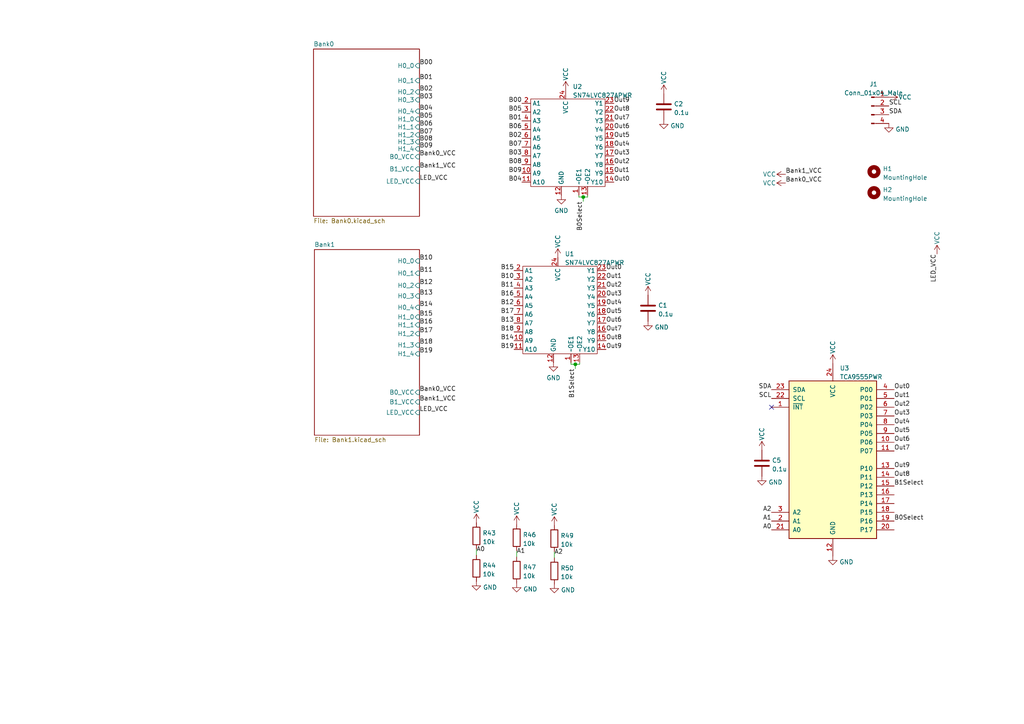
<source format=kicad_sch>
(kicad_sch (version 20211123) (generator eeschema)

  (uuid fa31f55f-37b7-4e46-b49d-0542dd40fd36)

  (paper "A4")

  (lib_symbols
    (symbol "Connector:Conn_01x04_Male" (pin_names (offset 1.016) hide) (in_bom yes) (on_board yes)
      (property "Reference" "J" (id 0) (at 0 5.08 0)
        (effects (font (size 1.27 1.27)))
      )
      (property "Value" "Conn_01x04_Male" (id 1) (at 0 -7.62 0)
        (effects (font (size 1.27 1.27)))
      )
      (property "Footprint" "" (id 2) (at 0 0 0)
        (effects (font (size 1.27 1.27)) hide)
      )
      (property "Datasheet" "~" (id 3) (at 0 0 0)
        (effects (font (size 1.27 1.27)) hide)
      )
      (property "ki_keywords" "connector" (id 4) (at 0 0 0)
        (effects (font (size 1.27 1.27)) hide)
      )
      (property "ki_description" "Generic connector, single row, 01x04, script generated (kicad-library-utils/schlib/autogen/connector/)" (id 5) (at 0 0 0)
        (effects (font (size 1.27 1.27)) hide)
      )
      (property "ki_fp_filters" "Connector*:*_1x??_*" (id 6) (at 0 0 0)
        (effects (font (size 1.27 1.27)) hide)
      )
      (symbol "Conn_01x04_Male_1_1"
        (polyline
          (pts
            (xy 1.27 -5.08)
            (xy 0.8636 -5.08)
          )
          (stroke (width 0.1524) (type default) (color 0 0 0 0))
          (fill (type none))
        )
        (polyline
          (pts
            (xy 1.27 -2.54)
            (xy 0.8636 -2.54)
          )
          (stroke (width 0.1524) (type default) (color 0 0 0 0))
          (fill (type none))
        )
        (polyline
          (pts
            (xy 1.27 0)
            (xy 0.8636 0)
          )
          (stroke (width 0.1524) (type default) (color 0 0 0 0))
          (fill (type none))
        )
        (polyline
          (pts
            (xy 1.27 2.54)
            (xy 0.8636 2.54)
          )
          (stroke (width 0.1524) (type default) (color 0 0 0 0))
          (fill (type none))
        )
        (rectangle (start 0.8636 -4.953) (end 0 -5.207)
          (stroke (width 0.1524) (type default) (color 0 0 0 0))
          (fill (type outline))
        )
        (rectangle (start 0.8636 -2.413) (end 0 -2.667)
          (stroke (width 0.1524) (type default) (color 0 0 0 0))
          (fill (type outline))
        )
        (rectangle (start 0.8636 0.127) (end 0 -0.127)
          (stroke (width 0.1524) (type default) (color 0 0 0 0))
          (fill (type outline))
        )
        (rectangle (start 0.8636 2.667) (end 0 2.413)
          (stroke (width 0.1524) (type default) (color 0 0 0 0))
          (fill (type outline))
        )
        (pin passive line (at 5.08 2.54 180) (length 3.81)
          (name "Pin_1" (effects (font (size 1.27 1.27))))
          (number "1" (effects (font (size 1.27 1.27))))
        )
        (pin passive line (at 5.08 0 180) (length 3.81)
          (name "Pin_2" (effects (font (size 1.27 1.27))))
          (number "2" (effects (font (size 1.27 1.27))))
        )
        (pin passive line (at 5.08 -2.54 180) (length 3.81)
          (name "Pin_3" (effects (font (size 1.27 1.27))))
          (number "3" (effects (font (size 1.27 1.27))))
        )
        (pin passive line (at 5.08 -5.08 180) (length 3.81)
          (name "Pin_4" (effects (font (size 1.27 1.27))))
          (number "4" (effects (font (size 1.27 1.27))))
        )
      )
    )
    (symbol "Device:C" (pin_numbers hide) (pin_names (offset 0.254)) (in_bom yes) (on_board yes)
      (property "Reference" "C" (id 0) (at 0.635 2.54 0)
        (effects (font (size 1.27 1.27)) (justify left))
      )
      (property "Value" "C" (id 1) (at 0.635 -2.54 0)
        (effects (font (size 1.27 1.27)) (justify left))
      )
      (property "Footprint" "" (id 2) (at 0.9652 -3.81 0)
        (effects (font (size 1.27 1.27)) hide)
      )
      (property "Datasheet" "~" (id 3) (at 0 0 0)
        (effects (font (size 1.27 1.27)) hide)
      )
      (property "ki_keywords" "cap capacitor" (id 4) (at 0 0 0)
        (effects (font (size 1.27 1.27)) hide)
      )
      (property "ki_description" "Unpolarized capacitor" (id 5) (at 0 0 0)
        (effects (font (size 1.27 1.27)) hide)
      )
      (property "ki_fp_filters" "C_*" (id 6) (at 0 0 0)
        (effects (font (size 1.27 1.27)) hide)
      )
      (symbol "C_0_1"
        (polyline
          (pts
            (xy -2.032 -0.762)
            (xy 2.032 -0.762)
          )
          (stroke (width 0.508) (type default) (color 0 0 0 0))
          (fill (type none))
        )
        (polyline
          (pts
            (xy -2.032 0.762)
            (xy 2.032 0.762)
          )
          (stroke (width 0.508) (type default) (color 0 0 0 0))
          (fill (type none))
        )
      )
      (symbol "C_1_1"
        (pin passive line (at 0 3.81 270) (length 2.794)
          (name "~" (effects (font (size 1.27 1.27))))
          (number "1" (effects (font (size 1.27 1.27))))
        )
        (pin passive line (at 0 -3.81 90) (length 2.794)
          (name "~" (effects (font (size 1.27 1.27))))
          (number "2" (effects (font (size 1.27 1.27))))
        )
      )
    )
    (symbol "Device:R" (pin_numbers hide) (pin_names (offset 0)) (in_bom yes) (on_board yes)
      (property "Reference" "R" (id 0) (at 2.032 0 90)
        (effects (font (size 1.27 1.27)))
      )
      (property "Value" "R" (id 1) (at 0 0 90)
        (effects (font (size 1.27 1.27)))
      )
      (property "Footprint" "" (id 2) (at -1.778 0 90)
        (effects (font (size 1.27 1.27)) hide)
      )
      (property "Datasheet" "~" (id 3) (at 0 0 0)
        (effects (font (size 1.27 1.27)) hide)
      )
      (property "ki_keywords" "R res resistor" (id 4) (at 0 0 0)
        (effects (font (size 1.27 1.27)) hide)
      )
      (property "ki_description" "Resistor" (id 5) (at 0 0 0)
        (effects (font (size 1.27 1.27)) hide)
      )
      (property "ki_fp_filters" "R_*" (id 6) (at 0 0 0)
        (effects (font (size 1.27 1.27)) hide)
      )
      (symbol "R_0_1"
        (rectangle (start -1.016 -2.54) (end 1.016 2.54)
          (stroke (width 0.254) (type default) (color 0 0 0 0))
          (fill (type none))
        )
      )
      (symbol "R_1_1"
        (pin passive line (at 0 3.81 270) (length 1.27)
          (name "~" (effects (font (size 1.27 1.27))))
          (number "1" (effects (font (size 1.27 1.27))))
        )
        (pin passive line (at 0 -3.81 90) (length 1.27)
          (name "~" (effects (font (size 1.27 1.27))))
          (number "2" (effects (font (size 1.27 1.27))))
        )
      )
    )
    (symbol "Interface_Expansion:TCA9555PWR" (pin_names (offset 1.016)) (in_bom yes) (on_board yes)
      (property "Reference" "U" (id 0) (at -11.43 24.13 0)
        (effects (font (size 1.27 1.27)))
      )
      (property "Value" "TCA9555PWR" (id 1) (at 0 0 0)
        (effects (font (size 1.27 1.27)))
      )
      (property "Footprint" "Package_SO:TSSOP-24_4.4x7.8mm_P0.65mm" (id 2) (at 26.67 -25.4 0)
        (effects (font (size 1.27 1.27)) hide)
      )
      (property "Datasheet" "http://www.ti.com/lit/ds/symlink/tca9555.pdf" (id 3) (at -12.7 22.86 0)
        (effects (font (size 1.27 1.27)) hide)
      )
      (property "ki_keywords" "ti parallel port" (id 4) (at 0 0 0)
        (effects (font (size 1.27 1.27)) hide)
      )
      (property "ki_description" "16-bit I/O expander, I2C and SMBus interface, interrupts, w/ pull-ups, TSSOP-24 package" (id 5) (at 0 0 0)
        (effects (font (size 1.27 1.27)) hide)
      )
      (property "ki_fp_filters" "TSSOP*4.4x7.8mm*P0.65mm*" (id 6) (at 0 0 0)
        (effects (font (size 1.27 1.27)) hide)
      )
      (symbol "TCA9555PWR_0_1"
        (rectangle (start -12.7 22.86) (end 12.7 -22.86)
          (stroke (width 0.254) (type default) (color 0 0 0 0))
          (fill (type background))
        )
      )
      (symbol "TCA9555PWR_1_1"
        (pin open_collector line (at -17.78 15.24 0) (length 5.08)
          (name "~{INT}" (effects (font (size 1.27 1.27))))
          (number "1" (effects (font (size 1.27 1.27))))
        )
        (pin bidirectional line (at 17.78 5.08 180) (length 5.08)
          (name "P06" (effects (font (size 1.27 1.27))))
          (number "10" (effects (font (size 1.27 1.27))))
        )
        (pin bidirectional line (at 17.78 2.54 180) (length 5.08)
          (name "P07" (effects (font (size 1.27 1.27))))
          (number "11" (effects (font (size 1.27 1.27))))
        )
        (pin power_in line (at 0 -27.94 90) (length 5.08)
          (name "GND" (effects (font (size 1.27 1.27))))
          (number "12" (effects (font (size 1.27 1.27))))
        )
        (pin bidirectional line (at 17.78 -2.54 180) (length 5.08)
          (name "P10" (effects (font (size 1.27 1.27))))
          (number "13" (effects (font (size 1.27 1.27))))
        )
        (pin bidirectional line (at 17.78 -5.08 180) (length 5.08)
          (name "P11" (effects (font (size 1.27 1.27))))
          (number "14" (effects (font (size 1.27 1.27))))
        )
        (pin bidirectional line (at 17.78 -7.62 180) (length 5.08)
          (name "P12" (effects (font (size 1.27 1.27))))
          (number "15" (effects (font (size 1.27 1.27))))
        )
        (pin bidirectional line (at 17.78 -10.16 180) (length 5.08)
          (name "P13" (effects (font (size 1.27 1.27))))
          (number "16" (effects (font (size 1.27 1.27))))
        )
        (pin bidirectional line (at 17.78 -12.7 180) (length 5.08)
          (name "P14" (effects (font (size 1.27 1.27))))
          (number "17" (effects (font (size 1.27 1.27))))
        )
        (pin bidirectional line (at 17.78 -15.24 180) (length 5.08)
          (name "P15" (effects (font (size 1.27 1.27))))
          (number "18" (effects (font (size 1.27 1.27))))
        )
        (pin bidirectional line (at 17.78 -17.78 180) (length 5.08)
          (name "P16" (effects (font (size 1.27 1.27))))
          (number "19" (effects (font (size 1.27 1.27))))
        )
        (pin input line (at -17.78 -17.78 0) (length 5.08)
          (name "A1" (effects (font (size 1.27 1.27))))
          (number "2" (effects (font (size 1.27 1.27))))
        )
        (pin bidirectional line (at 17.78 -20.32 180) (length 5.08)
          (name "P17" (effects (font (size 1.27 1.27))))
          (number "20" (effects (font (size 1.27 1.27))))
        )
        (pin input line (at -17.78 -20.32 0) (length 5.08)
          (name "A0" (effects (font (size 1.27 1.27))))
          (number "21" (effects (font (size 1.27 1.27))))
        )
        (pin input line (at -17.78 17.78 0) (length 5.08)
          (name "SCL" (effects (font (size 1.27 1.27))))
          (number "22" (effects (font (size 1.27 1.27))))
        )
        (pin bidirectional line (at -17.78 20.32 0) (length 5.08)
          (name "SDA" (effects (font (size 1.27 1.27))))
          (number "23" (effects (font (size 1.27 1.27))))
        )
        (pin power_in line (at 0 27.94 270) (length 5.08)
          (name "VCC" (effects (font (size 1.27 1.27))))
          (number "24" (effects (font (size 1.27 1.27))))
        )
        (pin input line (at -17.78 -15.24 0) (length 5.08)
          (name "A2" (effects (font (size 1.27 1.27))))
          (number "3" (effects (font (size 1.27 1.27))))
        )
        (pin bidirectional line (at 17.78 20.32 180) (length 5.08)
          (name "P00" (effects (font (size 1.27 1.27))))
          (number "4" (effects (font (size 1.27 1.27))))
        )
        (pin bidirectional line (at 17.78 17.78 180) (length 5.08)
          (name "P01" (effects (font (size 1.27 1.27))))
          (number "5" (effects (font (size 1.27 1.27))))
        )
        (pin bidirectional line (at 17.78 15.24 180) (length 5.08)
          (name "P02" (effects (font (size 1.27 1.27))))
          (number "6" (effects (font (size 1.27 1.27))))
        )
        (pin bidirectional line (at 17.78 12.7 180) (length 5.08)
          (name "P03" (effects (font (size 1.27 1.27))))
          (number "7" (effects (font (size 1.27 1.27))))
        )
        (pin bidirectional line (at 17.78 10.16 180) (length 5.08)
          (name "P04" (effects (font (size 1.27 1.27))))
          (number "8" (effects (font (size 1.27 1.27))))
        )
        (pin bidirectional line (at 17.78 7.62 180) (length 5.08)
          (name "P05" (effects (font (size 1.27 1.27))))
          (number "9" (effects (font (size 1.27 1.27))))
        )
      )
    )
    (symbol "Mechanical:MountingHole" (pin_names (offset 1.016)) (in_bom yes) (on_board yes)
      (property "Reference" "H" (id 0) (at 0 5.08 0)
        (effects (font (size 1.27 1.27)))
      )
      (property "Value" "MountingHole" (id 1) (at 0 3.175 0)
        (effects (font (size 1.27 1.27)))
      )
      (property "Footprint" "" (id 2) (at 0 0 0)
        (effects (font (size 1.27 1.27)) hide)
      )
      (property "Datasheet" "~" (id 3) (at 0 0 0)
        (effects (font (size 1.27 1.27)) hide)
      )
      (property "ki_keywords" "mounting hole" (id 4) (at 0 0 0)
        (effects (font (size 1.27 1.27)) hide)
      )
      (property "ki_description" "Mounting Hole without connection" (id 5) (at 0 0 0)
        (effects (font (size 1.27 1.27)) hide)
      )
      (property "ki_fp_filters" "MountingHole*" (id 6) (at 0 0 0)
        (effects (font (size 1.27 1.27)) hide)
      )
      (symbol "MountingHole_0_1"
        (circle (center 0 0) (radius 1.27)
          (stroke (width 1.27) (type default) (color 0 0 0 0))
          (fill (type none))
        )
      )
    )
    (symbol "New_Library:SN74LVC827ADWR" (in_bom yes) (on_board yes)
      (property "Reference" "U" (id 0) (at -25.4 0 0)
        (effects (font (size 1.27 1.27)))
      )
      (property "Value" "SN74LVC827ADWR" (id 1) (at -6.35 0 0)
        (effects (font (size 1.27 1.27)))
      )
      (property "Footprint" "" (id 2) (at -1.27 17.78 0)
        (effects (font (size 1.27 1.27)) hide)
      )
      (property "Datasheet" "" (id 3) (at -1.27 17.78 0)
        (effects (font (size 1.27 1.27)) hide)
      )
      (symbol "SN74LVC827ADWR_0_0"
        (pin input line (at -13.97 -30.48 90) (length 2.54)
          (name "~OE1" (effects (font (size 1.27 1.27))))
          (number "1" (effects (font (size 1.27 1.27))))
        )
        (pin input line (at -30.48 -24.13 0) (length 2.54)
          (name "A9" (effects (font (size 1.27 1.27))))
          (number "10" (effects (font (size 1.27 1.27))))
        )
        (pin input line (at -30.48 -26.67 0) (length 2.54)
          (name "A10" (effects (font (size 1.27 1.27))))
          (number "11" (effects (font (size 1.27 1.27))))
        )
        (pin power_in line (at -19.05 -30.48 90) (length 2.54)
          (name "GND" (effects (font (size 1.27 1.27))))
          (number "12" (effects (font (size 1.27 1.27))))
        )
        (pin input line (at -11.43 -30.48 90) (length 2.54)
          (name "~OE2" (effects (font (size 1.27 1.27))))
          (number "13" (effects (font (size 1.27 1.27))))
        )
        (pin output line (at -3.81 -26.67 180) (length 2.54)
          (name "Y10" (effects (font (size 1.27 1.27))))
          (number "14" (effects (font (size 1.27 1.27))))
        )
        (pin output line (at -3.81 -24.13 180) (length 2.54)
          (name "Y9" (effects (font (size 1.27 1.27))))
          (number "15" (effects (font (size 1.27 1.27))))
        )
        (pin output line (at -3.81 -21.59 180) (length 2.54)
          (name "Y8" (effects (font (size 1.27 1.27))))
          (number "16" (effects (font (size 1.27 1.27))))
        )
        (pin output line (at -3.81 -19.05 180) (length 2.54)
          (name "Y7" (effects (font (size 1.27 1.27))))
          (number "17" (effects (font (size 1.27 1.27))))
        )
        (pin output line (at -3.81 -16.51 180) (length 2.54)
          (name "Y6" (effects (font (size 1.27 1.27))))
          (number "18" (effects (font (size 1.27 1.27))))
        )
        (pin output line (at -3.81 -13.97 180) (length 2.54)
          (name "Y5" (effects (font (size 1.27 1.27))))
          (number "19" (effects (font (size 1.27 1.27))))
        )
        (pin input line (at -30.48 -3.81 0) (length 2.54)
          (name "A1" (effects (font (size 1.27 1.27))))
          (number "2" (effects (font (size 1.27 1.27))))
        )
        (pin output line (at -3.81 -11.43 180) (length 2.54)
          (name "Y4" (effects (font (size 1.27 1.27))))
          (number "20" (effects (font (size 1.27 1.27))))
        )
        (pin output line (at -3.81 -8.89 180) (length 2.54)
          (name "Y3" (effects (font (size 1.27 1.27))))
          (number "21" (effects (font (size 1.27 1.27))))
        )
        (pin output line (at -3.81 -6.35 180) (length 2.54)
          (name "Y2" (effects (font (size 1.27 1.27))))
          (number "22" (effects (font (size 1.27 1.27))))
        )
        (pin output line (at -3.81 -3.81 180) (length 2.54)
          (name "Y1" (effects (font (size 1.27 1.27))))
          (number "23" (effects (font (size 1.27 1.27))))
        )
        (pin power_in line (at -17.78 0 270) (length 2.54)
          (name "VCC" (effects (font (size 1.27 1.27))))
          (number "24" (effects (font (size 1.27 1.27))))
        )
        (pin input line (at -30.48 -6.35 0) (length 2.54)
          (name "A2" (effects (font (size 1.27 1.27))))
          (number "3" (effects (font (size 1.27 1.27))))
        )
        (pin input line (at -30.48 -8.89 0) (length 2.54)
          (name "A3" (effects (font (size 1.27 1.27))))
          (number "4" (effects (font (size 1.27 1.27))))
        )
        (pin input line (at -30.48 -11.43 0) (length 2.54)
          (name "A4" (effects (font (size 1.27 1.27))))
          (number "5" (effects (font (size 1.27 1.27))))
        )
        (pin input line (at -30.48 -13.97 0) (length 2.54)
          (name "A5" (effects (font (size 1.27 1.27))))
          (number "6" (effects (font (size 1.27 1.27))))
        )
        (pin input line (at -30.48 -16.51 0) (length 2.54)
          (name "A6" (effects (font (size 1.27 1.27))))
          (number "7" (effects (font (size 1.27 1.27))))
        )
        (pin input line (at -30.48 -19.05 0) (length 2.54)
          (name "A7" (effects (font (size 1.27 1.27))))
          (number "8" (effects (font (size 1.27 1.27))))
        )
        (pin input line (at -30.48 -21.59 0) (length 2.54)
          (name "A8" (effects (font (size 1.27 1.27))))
          (number "9" (effects (font (size 1.27 1.27))))
        )
      )
      (symbol "SN74LVC827ADWR_0_1"
        (rectangle (start -27.94 -2.54) (end -6.35 -27.94)
          (stroke (width 0) (type default) (color 0 0 0 0))
          (fill (type none))
        )
      )
    )
    (symbol "power:GND" (power) (pin_names (offset 0)) (in_bom yes) (on_board yes)
      (property "Reference" "#PWR" (id 0) (at 0 -6.35 0)
        (effects (font (size 1.27 1.27)) hide)
      )
      (property "Value" "GND" (id 1) (at 0 -3.81 0)
        (effects (font (size 1.27 1.27)))
      )
      (property "Footprint" "" (id 2) (at 0 0 0)
        (effects (font (size 1.27 1.27)) hide)
      )
      (property "Datasheet" "" (id 3) (at 0 0 0)
        (effects (font (size 1.27 1.27)) hide)
      )
      (property "ki_keywords" "power-flag" (id 4) (at 0 0 0)
        (effects (font (size 1.27 1.27)) hide)
      )
      (property "ki_description" "Power symbol creates a global label with name \"GND\" , ground" (id 5) (at 0 0 0)
        (effects (font (size 1.27 1.27)) hide)
      )
      (symbol "GND_0_1"
        (polyline
          (pts
            (xy 0 0)
            (xy 0 -1.27)
            (xy 1.27 -1.27)
            (xy 0 -2.54)
            (xy -1.27 -1.27)
            (xy 0 -1.27)
          )
          (stroke (width 0) (type default) (color 0 0 0 0))
          (fill (type none))
        )
      )
      (symbol "GND_1_1"
        (pin power_in line (at 0 0 270) (length 0) hide
          (name "GND" (effects (font (size 1.27 1.27))))
          (number "1" (effects (font (size 1.27 1.27))))
        )
      )
    )
    (symbol "power:VCC" (power) (pin_names (offset 0)) (in_bom yes) (on_board yes)
      (property "Reference" "#PWR" (id 0) (at 0 -3.81 0)
        (effects (font (size 1.27 1.27)) hide)
      )
      (property "Value" "VCC" (id 1) (at 0 3.81 0)
        (effects (font (size 1.27 1.27)))
      )
      (property "Footprint" "" (id 2) (at 0 0 0)
        (effects (font (size 1.27 1.27)) hide)
      )
      (property "Datasheet" "" (id 3) (at 0 0 0)
        (effects (font (size 1.27 1.27)) hide)
      )
      (property "ki_keywords" "power-flag" (id 4) (at 0 0 0)
        (effects (font (size 1.27 1.27)) hide)
      )
      (property "ki_description" "Power symbol creates a global label with name \"VCC\"" (id 5) (at 0 0 0)
        (effects (font (size 1.27 1.27)) hide)
      )
      (symbol "VCC_0_1"
        (polyline
          (pts
            (xy -0.762 1.27)
            (xy 0 2.54)
          )
          (stroke (width 0) (type default) (color 0 0 0 0))
          (fill (type none))
        )
        (polyline
          (pts
            (xy 0 0)
            (xy 0 2.54)
          )
          (stroke (width 0) (type default) (color 0 0 0 0))
          (fill (type none))
        )
        (polyline
          (pts
            (xy 0 2.54)
            (xy 0.762 1.27)
          )
          (stroke (width 0) (type default) (color 0 0 0 0))
          (fill (type none))
        )
      )
      (symbol "VCC_1_1"
        (pin power_in line (at 0 0 90) (length 0) hide
          (name "VCC" (effects (font (size 1.27 1.27))))
          (number "1" (effects (font (size 1.27 1.27))))
        )
      )
    )
  )

  (junction (at 166.878 105.664) (diameter 0) (color 0 0 0 0)
    (uuid 5dbab6d7-ddc2-4f89-a76d-a622cd99f515)
  )
  (junction (at 169.164 57.15) (diameter 0) (color 0 0 0 0)
    (uuid cd99ba49-c63e-45ff-aa5a-2967aa41edc9)
  )

  (no_connect (at 223.774 118.11) (uuid d62d630d-e594-4cac-9d67-f4b359beb609))

  (wire (pts (xy 160.782 160.02) (xy 160.782 161.798))
    (stroke (width 0) (type default) (color 0 0 0 0))
    (uuid 0077c07d-8f72-47fb-8a3a-32422e0e87e9)
  )
  (wire (pts (xy 167.894 56.642) (xy 167.894 57.15))
    (stroke (width 0) (type default) (color 0 0 0 0))
    (uuid 2aaf2b12-7a9f-4520-8d62-02b36531bc6f)
  )
  (wire (pts (xy 168.148 105.156) (xy 168.148 105.664))
    (stroke (width 0) (type default) (color 0 0 0 0))
    (uuid 2c9bcd2a-f997-44ed-a52a-6b2b58a8c102)
  )
  (wire (pts (xy 165.608 105.664) (xy 166.878 105.664))
    (stroke (width 0) (type default) (color 0 0 0 0))
    (uuid 4b6df0e7-858d-4bc5-ba39-385271e138d3)
  )
  (wire (pts (xy 170.434 57.15) (xy 169.164 57.15))
    (stroke (width 0) (type default) (color 0 0 0 0))
    (uuid 51d828a1-5bf9-4f16-87e5-131d06e7edc3)
  )
  (wire (pts (xy 149.86 159.766) (xy 149.86 161.544))
    (stroke (width 0) (type default) (color 0 0 0 0))
    (uuid 66804854-5f75-4bec-b64e-97d3379fd376)
  )
  (wire (pts (xy 138.176 159.258) (xy 138.176 161.036))
    (stroke (width 0) (type default) (color 0 0 0 0))
    (uuid 8e6cb447-2bf0-4cf3-93f9-dceed91384b5)
  )
  (wire (pts (xy 166.878 105.664) (xy 166.878 106.934))
    (stroke (width 0) (type default) (color 0 0 0 0))
    (uuid aea41545-a597-4f00-a6b9-12ff96cca57d)
  )
  (wire (pts (xy 168.148 105.664) (xy 166.878 105.664))
    (stroke (width 0) (type default) (color 0 0 0 0))
    (uuid b0b5607a-1574-4548-b3be-2991b324497d)
  )
  (wire (pts (xy 169.164 57.15) (xy 169.164 58.42))
    (stroke (width 0) (type default) (color 0 0 0 0))
    (uuid b9091f9d-d4cb-49e2-af37-385f30673423)
  )
  (wire (pts (xy 167.894 57.15) (xy 169.164 57.15))
    (stroke (width 0) (type default) (color 0 0 0 0))
    (uuid bfc3088a-1a07-4864-b499-6d08821cbf67)
  )
  (wire (pts (xy 170.434 56.642) (xy 170.434 57.15))
    (stroke (width 0) (type default) (color 0 0 0 0))
    (uuid e817f6fe-e4d4-4001-9afe-1549ec9ccbbf)
  )
  (wire (pts (xy 165.608 105.156) (xy 165.608 105.664))
    (stroke (width 0) (type default) (color 0 0 0 0))
    (uuid efee7065-0291-426d-b993-7fd6f046db4d)
  )

  (label "A2" (at 160.782 161.036 0)
    (effects (font (size 1.27 1.27)) (justify left bottom))
    (uuid 01fe21f9-0068-4739-8fc2-f11bd0f0c0f1)
  )
  (label "Out6" (at 259.334 128.27 0)
    (effects (font (size 1.27 1.27)) (justify left bottom))
    (uuid 034e2ad7-bea3-4fad-99bf-e9697fa9afb9)
  )
  (label "B0Select" (at 259.334 151.13 0)
    (effects (font (size 1.27 1.27)) (justify left bottom))
    (uuid 0689db35-fa32-4595-9176-8a95c694ccd5)
  )
  (label "Out3" (at 178.054 45.212 0)
    (effects (font (size 1.27 1.27)) (justify left bottom))
    (uuid 09433d58-f3d7-4bec-b0f0-3ff0b8bc0ddf)
  )
  (label "B04" (at 151.384 52.832 180)
    (effects (font (size 1.27 1.27)) (justify right bottom))
    (uuid 0b695869-7baf-4bcc-a7e2-284671499d7b)
  )
  (label "B02" (at 121.666 26.67 0)
    (effects (font (size 1.27 1.27)) (justify left bottom))
    (uuid 11b013d4-99a6-4faa-8aac-1e6bcd68f6c3)
  )
  (label "SDA" (at 257.81 33.274 0)
    (effects (font (size 1.27 1.27)) (justify left bottom))
    (uuid 11fbd31c-8b05-4e85-924c-c6e8cf1c50bd)
  )
  (label "B03" (at 151.384 45.212 180)
    (effects (font (size 1.27 1.27)) (justify right bottom))
    (uuid 13bb17fe-ad2a-441e-bb56-7bdd22236a21)
  )
  (label "B07" (at 121.666 39.116 0)
    (effects (font (size 1.27 1.27)) (justify left bottom))
    (uuid 1cbf31b5-fe7d-4147-bfdc-234d95a6e6f7)
  )
  (label "B14" (at 149.098 98.806 180)
    (effects (font (size 1.27 1.27)) (justify right bottom))
    (uuid 1d5b2ade-6206-456d-be03-9fcc28f69018)
  )
  (label "B17" (at 121.666 96.774 0)
    (effects (font (size 1.27 1.27)) (justify left bottom))
    (uuid 1dcbf7a6-d1de-4c12-ab0f-ed9400e0151a)
  )
  (label "Out0" (at 178.054 52.832 0)
    (effects (font (size 1.27 1.27)) (justify left bottom))
    (uuid 217d7a28-d65c-4e0e-82ae-633f27577bb3)
  )
  (label "B15" (at 121.666 91.948 0)
    (effects (font (size 1.27 1.27)) (justify left bottom))
    (uuid 2384fbf9-8f75-4f88-aed1-907de130a69f)
  )
  (label "Out5" (at 175.768 91.186 0)
    (effects (font (size 1.27 1.27)) (justify left bottom))
    (uuid 25592c9c-14ab-479b-bb7f-e8ff80977c4c)
  )
  (label "B03" (at 121.666 28.956 0)
    (effects (font (size 1.27 1.27)) (justify left bottom))
    (uuid 294cd2f0-50cd-4a92-a79b-3e4ea17fff71)
  )
  (label "B16" (at 149.098 86.106 180)
    (effects (font (size 1.27 1.27)) (justify right bottom))
    (uuid 2953ddd3-94b3-46af-bd1f-b3ebfc4ccd78)
  )
  (label "Out2" (at 175.768 83.566 0)
    (effects (font (size 1.27 1.27)) (justify left bottom))
    (uuid 2a6ff678-4d2a-4872-8e75-d03742a9738b)
  )
  (label "B11" (at 149.098 83.566 180)
    (effects (font (size 1.27 1.27)) (justify right bottom))
    (uuid 2d044286-b7ed-424a-ac73-80c32632b265)
  )
  (label "B05" (at 121.666 34.544 0)
    (effects (font (size 1.27 1.27)) (justify left bottom))
    (uuid 382cd496-5bc5-4dc9-996c-aee8addc1175)
  )
  (label "Out2" (at 178.054 47.752 0)
    (effects (font (size 1.27 1.27)) (justify left bottom))
    (uuid 3a7548b0-713c-4c2f-bea7-f7f8b472e6ee)
  )
  (label "B11" (at 121.666 79.248 0)
    (effects (font (size 1.27 1.27)) (justify left bottom))
    (uuid 3a79f3d6-7738-4f1a-9194-7efe0506ce06)
  )
  (label "SCL" (at 223.774 115.57 180)
    (effects (font (size 1.27 1.27)) (justify right bottom))
    (uuid 42210ea3-97da-49be-a65d-0bce41c2a722)
  )
  (label "B1Select" (at 166.878 106.934 270)
    (effects (font (size 1.27 1.27)) (justify right bottom))
    (uuid 4376fe34-5d44-4144-a267-2259299b776c)
  )
  (label "B14" (at 121.666 89.154 0)
    (effects (font (size 1.27 1.27)) (justify left bottom))
    (uuid 43c7e42a-5275-4587-a9ea-4bd692664a31)
  )
  (label "LED_VCC" (at 121.666 52.578 0)
    (effects (font (size 1.27 1.27)) (justify left bottom))
    (uuid 45fc6b17-aac4-4e4e-9d52-6a501759ac27)
  )
  (label "Out0" (at 175.768 78.486 0)
    (effects (font (size 1.27 1.27)) (justify left bottom))
    (uuid 4c54f538-85e9-4816-94d4-c45a8e724bd9)
  )
  (label "Out9" (at 175.768 101.346 0)
    (effects (font (size 1.27 1.27)) (justify left bottom))
    (uuid 4fe4daea-ea02-4c30-85aa-ce367913a87b)
  )
  (label "Out8" (at 175.768 98.806 0)
    (effects (font (size 1.27 1.27)) (justify left bottom))
    (uuid 516cdcc8-5424-4deb-b303-b39b3593d3b9)
  )
  (label "SCL" (at 257.81 30.734 0)
    (effects (font (size 1.27 1.27)) (justify left bottom))
    (uuid 5215731e-e881-4f9f-9149-9791bf54c894)
  )
  (label "B12" (at 149.098 88.646 180)
    (effects (font (size 1.27 1.27)) (justify right bottom))
    (uuid 53fb9abf-13fe-41ae-8295-db9bca1c168f)
  )
  (label "Bank0_VCC" (at 121.666 45.466 0)
    (effects (font (size 1.27 1.27)) (justify left bottom))
    (uuid 58cf8402-d2c6-4eba-b9bb-98331ef8c8c4)
  )
  (label "B1Select" (at 259.334 140.97 0)
    (effects (font (size 1.27 1.27)) (justify left bottom))
    (uuid 59d5b0c9-ffe6-4509-8a61-4f685c40c06a)
  )
  (label "B08" (at 151.384 47.752 180)
    (effects (font (size 1.27 1.27)) (justify right bottom))
    (uuid 5e55fd3d-ae9e-4c49-8b92-c719db8c194d)
  )
  (label "Out8" (at 178.054 32.512 0)
    (effects (font (size 1.27 1.27)) (justify left bottom))
    (uuid 669e5eb5-fd93-439a-81b5-d60b872ca7d9)
  )
  (label "Out1" (at 175.768 81.026 0)
    (effects (font (size 1.27 1.27)) (justify left bottom))
    (uuid 72a2d162-05a4-4b17-83cc-3df5420d08bd)
  )
  (label "Out6" (at 178.054 37.592 0)
    (effects (font (size 1.27 1.27)) (justify left bottom))
    (uuid 72cc49db-34d1-402f-babc-023a3e3870f0)
  )
  (label "A2" (at 223.774 148.59 180)
    (effects (font (size 1.27 1.27)) (justify right bottom))
    (uuid 784af196-e100-4e6d-b196-e1d56ec26015)
  )
  (label "B18" (at 149.098 96.266 180)
    (effects (font (size 1.27 1.27)) (justify right bottom))
    (uuid 79bdc557-07b6-4451-b549-2e3bfd57a041)
  )
  (label "B09" (at 151.384 50.292 180)
    (effects (font (size 1.27 1.27)) (justify right bottom))
    (uuid 7c1a7192-b024-4aca-b9ba-4115b4a102c5)
  )
  (label "Out4" (at 175.768 88.646 0)
    (effects (font (size 1.27 1.27)) (justify left bottom))
    (uuid 7fa37406-994d-4417-801f-29eb66d43236)
  )
  (label "B06" (at 151.384 37.592 180)
    (effects (font (size 1.27 1.27)) (justify right bottom))
    (uuid 802014e7-2de6-4afb-938d-a8001153cb26)
  )
  (label "Out2" (at 259.334 118.11 0)
    (effects (font (size 1.27 1.27)) (justify left bottom))
    (uuid 819a9a6b-bdd8-4ac3-aa85-2fba69329ccb)
  )
  (label "Out5" (at 259.334 125.73 0)
    (effects (font (size 1.27 1.27)) (justify left bottom))
    (uuid 83144a04-c0ef-412e-85bf-8cdc6912ee11)
  )
  (label "B01" (at 121.666 23.368 0)
    (effects (font (size 1.27 1.27)) (justify left bottom))
    (uuid 871ea2a1-578d-4231-8121-5db1390bf07a)
  )
  (label "B10" (at 121.666 75.692 0)
    (effects (font (size 1.27 1.27)) (justify left bottom))
    (uuid 88223924-6751-4ddd-b527-b6cad20e84d8)
  )
  (label "Out8" (at 259.334 138.43 0)
    (effects (font (size 1.27 1.27)) (justify left bottom))
    (uuid 8a24a6e5-efc5-4935-9f6e-bac0aaa22bdd)
  )
  (label "Out7" (at 178.054 35.052 0)
    (effects (font (size 1.27 1.27)) (justify left bottom))
    (uuid 8be06f95-363b-4624-acab-844b2f478b36)
  )
  (label "Out6" (at 175.768 93.726 0)
    (effects (font (size 1.27 1.27)) (justify left bottom))
    (uuid 8f154f04-d9d6-4b18-bbc6-0d1cc570cc42)
  )
  (label "B15" (at 149.098 78.486 180)
    (effects (font (size 1.27 1.27)) (justify right bottom))
    (uuid 9003ed07-f952-4d06-8514-34ecd25ad5eb)
  )
  (label "B07" (at 151.384 42.672 180)
    (effects (font (size 1.27 1.27)) (justify right bottom))
    (uuid 915de114-d00e-449d-9978-f83467158257)
  )
  (label "B16" (at 121.666 94.234 0)
    (effects (font (size 1.27 1.27)) (justify left bottom))
    (uuid 94cfe0ad-a47b-4caf-8c9d-48846b3532b8)
  )
  (label "Bank0_VCC" (at 227.838 53.086 0)
    (effects (font (size 1.27 1.27)) (justify left bottom))
    (uuid 9a2b24f3-c2c6-4b94-9db0-bcc7b2ad5495)
  )
  (label "LED_VCC" (at 271.78 73.66 270)
    (effects (font (size 1.27 1.27)) (justify right bottom))
    (uuid 9b034b3b-f4e0-4064-aaf0-a6466e81a827)
  )
  (label "B01" (at 151.384 35.052 180)
    (effects (font (size 1.27 1.27)) (justify right bottom))
    (uuid 9cd78978-b021-43f2-b402-e9193adc8d72)
  )
  (label "Out9" (at 259.334 135.89 0)
    (effects (font (size 1.27 1.27)) (justify left bottom))
    (uuid 9f9b8d00-1a57-488f-bde9-9c7c7eb6a18c)
  )
  (label "Bank1_VCC" (at 121.666 49.022 0)
    (effects (font (size 1.27 1.27)) (justify left bottom))
    (uuid a16a70f0-4f46-41e1-ac16-61de9e289537)
  )
  (label "Out5" (at 178.054 40.132 0)
    (effects (font (size 1.27 1.27)) (justify left bottom))
    (uuid a1f729a7-46ca-4e91-a83d-d5307a90db34)
  )
  (label "Out7" (at 175.768 96.266 0)
    (effects (font (size 1.27 1.27)) (justify left bottom))
    (uuid a5b0b7b1-cb72-4500-9664-e83720fd843a)
  )
  (label "B17" (at 149.098 91.186 180)
    (effects (font (size 1.27 1.27)) (justify right bottom))
    (uuid a604d681-14b9-40b9-82c0-5b60c514f021)
  )
  (label "B19" (at 121.666 102.616 0)
    (effects (font (size 1.27 1.27)) (justify left bottom))
    (uuid a9c617f8-52b5-42d7-92c7-90af94ee1487)
  )
  (label "B19" (at 149.098 101.346 180)
    (effects (font (size 1.27 1.27)) (justify right bottom))
    (uuid aa476f6c-1ae2-4174-8d0b-c9f5f6b240b1)
  )
  (label "B12" (at 121.666 82.804 0)
    (effects (font (size 1.27 1.27)) (justify left bottom))
    (uuid b2683192-e564-4b96-8b0f-6c08b075e3cf)
  )
  (label "Out9" (at 178.054 29.972 0)
    (effects (font (size 1.27 1.27)) (justify left bottom))
    (uuid b3c434ef-b566-4e82-8d00-6dd498d6177a)
  )
  (label "B0Select" (at 169.164 58.42 270)
    (effects (font (size 1.27 1.27)) (justify right bottom))
    (uuid b89aab81-bff6-4505-8c0e-b5d09486e494)
  )
  (label "Out7" (at 259.334 130.81 0)
    (effects (font (size 1.27 1.27)) (justify left bottom))
    (uuid bab242e6-1b14-45dc-8e6e-c9137408b1f0)
  )
  (label "Out3" (at 259.334 120.65 0)
    (effects (font (size 1.27 1.27)) (justify left bottom))
    (uuid bb1011f9-b97f-4516-a61c-f8b351e90588)
  )
  (label "B13" (at 149.098 93.726 180)
    (effects (font (size 1.27 1.27)) (justify right bottom))
    (uuid bd9d087d-8a35-4dcb-b3db-6a22540adad0)
  )
  (label "B05" (at 151.384 32.512 180)
    (effects (font (size 1.27 1.27)) (justify right bottom))
    (uuid be46965d-a063-4892-9920-aa2b3d4260a5)
  )
  (label "B06" (at 121.666 36.83 0)
    (effects (font (size 1.27 1.27)) (justify left bottom))
    (uuid be5e3045-bf26-4b48-89c9-b44701ab450c)
  )
  (label "SDA" (at 223.774 113.03 180)
    (effects (font (size 1.27 1.27)) (justify right bottom))
    (uuid bf2e2dae-9bda-4af2-95f0-82e8b3ebad6c)
  )
  (label "B13" (at 121.666 85.852 0)
    (effects (font (size 1.27 1.27)) (justify left bottom))
    (uuid bfea2012-4d32-4744-9005-70740242c248)
  )
  (label "Out3" (at 175.768 86.106 0)
    (effects (font (size 1.27 1.27)) (justify left bottom))
    (uuid c23a92eb-4b86-4b2e-8228-05c310362b81)
  )
  (label "B00" (at 121.666 19.05 0)
    (effects (font (size 1.27 1.27)) (justify left bottom))
    (uuid c2b70f50-906e-401c-96fb-39756550f8a9)
  )
  (label "Out0" (at 259.334 113.03 0)
    (effects (font (size 1.27 1.27)) (justify left bottom))
    (uuid c412cd77-8dd8-4dee-bc80-8b0214112960)
  )
  (label "B09" (at 121.666 43.18 0)
    (effects (font (size 1.27 1.27)) (justify left bottom))
    (uuid ca573eb7-6e8f-40eb-95c3-c082adf6eb25)
  )
  (label "Bank1_VCC" (at 121.666 116.586 0)
    (effects (font (size 1.27 1.27)) (justify left bottom))
    (uuid cae0cd55-f4c1-4ba9-b262-14abb88f1f6b)
  )
  (label "B02" (at 151.384 40.132 180)
    (effects (font (size 1.27 1.27)) (justify right bottom))
    (uuid ccf2ebc6-d883-436b-8af0-e7b563a1a447)
  )
  (label "Out1" (at 178.054 50.292 0)
    (effects (font (size 1.27 1.27)) (justify left bottom))
    (uuid cfde791e-0e18-4881-b776-e34c53066062)
  )
  (label "B08" (at 121.666 41.148 0)
    (effects (font (size 1.27 1.27)) (justify left bottom))
    (uuid d08eb865-21f9-492c-9665-3916c89c9e7b)
  )
  (label "A0" (at 138.176 160.274 0)
    (effects (font (size 1.27 1.27)) (justify left bottom))
    (uuid d242cf54-934c-4454-bcf3-908c58aec95b)
  )
  (label "A1" (at 149.86 160.782 0)
    (effects (font (size 1.27 1.27)) (justify left bottom))
    (uuid d64d8133-0765-4522-963a-a7e415e2f2e7)
  )
  (label "Bank1_VCC" (at 227.838 50.546 0)
    (effects (font (size 1.27 1.27)) (justify left bottom))
    (uuid d96fb1b2-2de1-4969-830a-492d9dc230bc)
  )
  (label "B10" (at 149.098 81.026 180)
    (effects (font (size 1.27 1.27)) (justify right bottom))
    (uuid dc5b35ff-cb3f-4006-8458-22e7637febbd)
  )
  (label "A1" (at 223.774 151.13 180)
    (effects (font (size 1.27 1.27)) (justify right bottom))
    (uuid dcc266d9-a12f-48b4-a853-5d848dff57de)
  )
  (label "B18" (at 121.666 100.076 0)
    (effects (font (size 1.27 1.27)) (justify left bottom))
    (uuid ea2029a6-a892-46f9-94c7-5ab7bb84bf96)
  )
  (label "Out4" (at 178.054 42.672 0)
    (effects (font (size 1.27 1.27)) (justify left bottom))
    (uuid efd31d23-a458-4020-847f-5bc6e6b8c0f0)
  )
  (label "LED_VCC" (at 121.666 119.634 0)
    (effects (font (size 1.27 1.27)) (justify left bottom))
    (uuid f0c757f8-6ed1-439d-8c62-11d9c22812cb)
  )
  (label "B04" (at 121.666 32.258 0)
    (effects (font (size 1.27 1.27)) (justify left bottom))
    (uuid f29e080f-4b15-4859-9f27-511839530f21)
  )
  (label "Out1" (at 259.334 115.57 0)
    (effects (font (size 1.27 1.27)) (justify left bottom))
    (uuid f7514ff9-0d93-4aa8-8bc3-5661142a9190)
  )
  (label "A0" (at 223.774 153.67 180)
    (effects (font (size 1.27 1.27)) (justify right bottom))
    (uuid f7849b4f-0cb7-41e2-8e5a-2e2b6850887c)
  )
  (label "Out4" (at 259.334 123.19 0)
    (effects (font (size 1.27 1.27)) (justify left bottom))
    (uuid f8c29fbe-d2d6-4ce1-b5ec-bba41bb47893)
  )
  (label "Bank0_VCC" (at 121.666 113.792 0)
    (effects (font (size 1.27 1.27)) (justify left bottom))
    (uuid fc7c94e9-dbfd-4b5b-bd05-b6bb9754c3c4)
  )
  (label "B00" (at 151.384 29.972 180)
    (effects (font (size 1.27 1.27)) (justify right bottom))
    (uuid ff2f8791-0b26-409d-a70b-b55e488a9717)
  )

  (symbol (lib_id "New_Library:SN74LVC827ADWR") (at 179.578 74.676 0) (unit 1)
    (in_bom yes) (on_board yes) (fields_autoplaced)
    (uuid 044c1699-8e9d-45c5-a423-8e1c4f37231d)
    (property "Reference" "U1" (id 0) (at 163.8174 73.6432 0)
      (effects (font (size 1.27 1.27)) (justify left))
    )
    (property "Value" "SN74LVC827APWR" (id 1) (at 163.8174 76.1801 0)
      (effects (font (size 1.27 1.27)) (justify left))
    )
    (property "Footprint" "Package_SO:TSSOP-24_4.4x7.8mm_P0.65mm" (id 2) (at 178.308 56.896 0)
      (effects (font (size 1.27 1.27)) hide)
    )
    (property "Datasheet" "" (id 3) (at 178.308 56.896 0)
      (effects (font (size 1.27 1.27)) hide)
    )
    (pin "1" (uuid ad308fcf-ebac-420c-bbd1-5847e5de561a))
    (pin "10" (uuid 6b4fdeea-fabd-482b-802c-2d56a5093b72))
    (pin "11" (uuid 22f32bec-7cd3-406f-b84a-ac07e1f85f72))
    (pin "12" (uuid c60dfcf7-1861-490e-9ca2-2b620ababe76))
    (pin "13" (uuid 092395d5-eaea-458b-a14b-ec4d6cbea92b))
    (pin "14" (uuid 22bb541f-b2d5-4a76-8f11-0ea228932d4d))
    (pin "15" (uuid beca5c83-3179-411b-b267-67c26984c7b6))
    (pin "16" (uuid 0a7afad9-7fdf-41fb-9a31-10a89b9ef761))
    (pin "17" (uuid 7629ac30-3776-49e0-a995-5060f870ea1d))
    (pin "18" (uuid 39de650e-7a2b-4e65-a2af-ae76c6668f6d))
    (pin "19" (uuid 218f1c70-4b3b-4fb6-8acd-12237f343447))
    (pin "2" (uuid a6048d64-9102-4d3d-bbb6-b6f028328807))
    (pin "20" (uuid d6b5f243-bf11-4844-a793-6faff67ad8de))
    (pin "21" (uuid ec85b9b8-5b75-40f8-a1a0-92204d2be648))
    (pin "22" (uuid 34c9f776-32d2-4bb3-aebd-16777f23edbf))
    (pin "23" (uuid 1f8bffc4-c116-4379-9207-c444f429be77))
    (pin "24" (uuid 85b7c8d9-f32a-453d-92f5-850b7e72d1fc))
    (pin "3" (uuid 04cf9088-00b8-4c81-a46f-152763646f80))
    (pin "4" (uuid c4350298-1379-41ba-b880-a1996294488e))
    (pin "5" (uuid cb37a91b-b704-4ebd-af84-c87e91a67cf5))
    (pin "6" (uuid 54930beb-348a-4a72-b49e-0b9c0b72e377))
    (pin "7" (uuid eeaabbd4-6a9f-4d67-b355-a29dc156ed39))
    (pin "8" (uuid b9a01de7-68f1-4994-811e-52302a4bcb76))
    (pin "9" (uuid 1d18dd50-7b58-4039-86be-2b4ffa305f5c))
  )

  (symbol (lib_id "power:VCC") (at 187.96 85.598 0) (unit 1)
    (in_bom yes) (on_board yes)
    (uuid 07161be4-c268-46dc-a02c-90eccbf672e2)
    (property "Reference" "#PWR0109" (id 0) (at 187.96 89.408 0)
      (effects (font (size 1.27 1.27)) hide)
    )
    (property "Value" "VCC" (id 1) (at 187.96 78.994 90)
      (effects (font (size 1.27 1.27)) (justify right))
    )
    (property "Footprint" "" (id 2) (at 187.96 85.598 0)
      (effects (font (size 1.27 1.27)) hide)
    )
    (property "Datasheet" "" (id 3) (at 187.96 85.598 0)
      (effects (font (size 1.27 1.27)) hide)
    )
    (pin "1" (uuid f10d68e6-893e-41f1-a3c9-ac30af393028))
  )

  (symbol (lib_id "power:GND") (at 192.532 34.798 0) (unit 1)
    (in_bom yes) (on_board yes) (fields_autoplaced)
    (uuid 090ff40c-3078-4189-bade-7b4d32955809)
    (property "Reference" "#PWR0106" (id 0) (at 192.532 41.148 0)
      (effects (font (size 1.27 1.27)) hide)
    )
    (property "Value" "GND" (id 1) (at 194.437 36.5018 0)
      (effects (font (size 1.27 1.27)) (justify left))
    )
    (property "Footprint" "" (id 2) (at 192.532 34.798 0)
      (effects (font (size 1.27 1.27)) hide)
    )
    (property "Datasheet" "" (id 3) (at 192.532 34.798 0)
      (effects (font (size 1.27 1.27)) hide)
    )
    (pin "1" (uuid 326b0926-9b51-4778-86df-ba5edec84318))
  )

  (symbol (lib_id "Device:R") (at 138.176 155.448 0) (unit 1)
    (in_bom yes) (on_board yes) (fields_autoplaced)
    (uuid 1b5cde7c-0186-461c-95da-e3716b7544a2)
    (property "Reference" "R43" (id 0) (at 139.954 154.6133 0)
      (effects (font (size 1.27 1.27)) (justify left))
    )
    (property "Value" "10k" (id 1) (at 139.954 157.1502 0)
      (effects (font (size 1.27 1.27)) (justify left))
    )
    (property "Footprint" "Resistor_SMD:R_0402_1005Metric" (id 2) (at 136.398 155.448 90)
      (effects (font (size 1.27 1.27)) hide)
    )
    (property "Datasheet" "~" (id 3) (at 138.176 155.448 0)
      (effects (font (size 1.27 1.27)) hide)
    )
    (pin "1" (uuid 72395552-e2aa-4b46-8bca-7bfd24a73ace))
    (pin "2" (uuid ee70f06d-a09f-40d6-833f-45ba1d435da1))
  )

  (symbol (lib_id "power:GND") (at 160.528 105.156 0) (unit 1)
    (in_bom yes) (on_board yes) (fields_autoplaced)
    (uuid 1ff8849b-f810-41ed-add6-84a650392286)
    (property "Reference" "#PWR0102" (id 0) (at 160.528 111.506 0)
      (effects (font (size 1.27 1.27)) hide)
    )
    (property "Value" "GND" (id 1) (at 160.528 109.5994 0))
    (property "Footprint" "" (id 2) (at 160.528 105.156 0)
      (effects (font (size 1.27 1.27)) hide)
    )
    (property "Datasheet" "" (id 3) (at 160.528 105.156 0)
      (effects (font (size 1.27 1.27)) hide)
    )
    (pin "1" (uuid cd48cd5e-ac78-4976-a193-f9832b249ee9))
  )

  (symbol (lib_id "power:VCC") (at 220.98 130.556 0) (unit 1)
    (in_bom yes) (on_board yes)
    (uuid 2531f3a8-f269-41b9-a114-5ac03c1d85fc)
    (property "Reference" "#PWR0155" (id 0) (at 220.98 134.366 0)
      (effects (font (size 1.27 1.27)) hide)
    )
    (property "Value" "VCC" (id 1) (at 220.98 123.952 90)
      (effects (font (size 1.27 1.27)) (justify right))
    )
    (property "Footprint" "" (id 2) (at 220.98 130.556 0)
      (effects (font (size 1.27 1.27)) hide)
    )
    (property "Datasheet" "" (id 3) (at 220.98 130.556 0)
      (effects (font (size 1.27 1.27)) hide)
    )
    (pin "1" (uuid d4d4cd65-31d6-450b-adc3-4d65d77533a3))
  )

  (symbol (lib_id "Device:C") (at 187.96 89.408 0) (unit 1)
    (in_bom yes) (on_board yes) (fields_autoplaced)
    (uuid 2f0cfd1c-c158-4b1f-a073-56f459caf272)
    (property "Reference" "C1" (id 0) (at 190.881 88.5733 0)
      (effects (font (size 1.27 1.27)) (justify left))
    )
    (property "Value" "0.1u" (id 1) (at 190.881 91.1102 0)
      (effects (font (size 1.27 1.27)) (justify left))
    )
    (property "Footprint" "Capacitor_SMD:C_0402_1005Metric" (id 2) (at 188.9252 93.218 0)
      (effects (font (size 1.27 1.27)) hide)
    )
    (property "Datasheet" "~" (id 3) (at 187.96 89.408 0)
      (effects (font (size 1.27 1.27)) hide)
    )
    (pin "1" (uuid 96e718e7-8641-49ab-afc2-1f774965bbc6))
    (pin "2" (uuid 20f652b7-f3f2-4eae-a97a-1095a3dd3b15))
  )

  (symbol (lib_id "power:GND") (at 257.81 35.814 0) (unit 1)
    (in_bom yes) (on_board yes) (fields_autoplaced)
    (uuid 3258c4bf-2dd3-47b3-847c-dd88478d9f6f)
    (property "Reference" "#PWR0114" (id 0) (at 257.81 42.164 0)
      (effects (font (size 1.27 1.27)) hide)
    )
    (property "Value" "GND" (id 1) (at 259.715 37.5178 0)
      (effects (font (size 1.27 1.27)) (justify left))
    )
    (property "Footprint" "" (id 2) (at 257.81 35.814 0)
      (effects (font (size 1.27 1.27)) hide)
    )
    (property "Datasheet" "" (id 3) (at 257.81 35.814 0)
      (effects (font (size 1.27 1.27)) hide)
    )
    (pin "1" (uuid 7cd16157-e13e-4387-a7d2-b15297e75c03))
  )

  (symbol (lib_id "Mechanical:MountingHole") (at 253.492 55.88 0) (unit 1)
    (in_bom yes) (on_board yes) (fields_autoplaced)
    (uuid 337532f2-d7e6-4d2f-921c-8ac95f31df10)
    (property "Reference" "H2" (id 0) (at 256.032 55.0453 0)
      (effects (font (size 1.27 1.27)) (justify left))
    )
    (property "Value" "MountingHole" (id 1) (at 256.032 57.5822 0)
      (effects (font (size 1.27 1.27)) (justify left))
    )
    (property "Footprint" "MountingHole:MountingHole_2.5mm" (id 2) (at 253.492 55.88 0)
      (effects (font (size 1.27 1.27)) hide)
    )
    (property "Datasheet" "~" (id 3) (at 253.492 55.88 0)
      (effects (font (size 1.27 1.27)) hide)
    )
  )

  (symbol (lib_id "power:VCC") (at 192.532 27.178 0) (unit 1)
    (in_bom yes) (on_board yes)
    (uuid 41fb4541-4657-472e-8c86-21a9c89817a3)
    (property "Reference" "#PWR0107" (id 0) (at 192.532 30.988 0)
      (effects (font (size 1.27 1.27)) hide)
    )
    (property "Value" "VCC" (id 1) (at 192.532 20.574 90)
      (effects (font (size 1.27 1.27)) (justify right))
    )
    (property "Footprint" "" (id 2) (at 192.532 27.178 0)
      (effects (font (size 1.27 1.27)) hide)
    )
    (property "Datasheet" "" (id 3) (at 192.532 27.178 0)
      (effects (font (size 1.27 1.27)) hide)
    )
    (pin "1" (uuid 78c80e32-419a-45ba-8e87-76bad96ec064))
  )

  (symbol (lib_id "Mechanical:MountingHole") (at 253.492 49.784 0) (unit 1)
    (in_bom yes) (on_board yes) (fields_autoplaced)
    (uuid 43e3ae79-d8a8-4c7c-9bda-bfeaa5c74f1f)
    (property "Reference" "H1" (id 0) (at 256.032 48.9493 0)
      (effects (font (size 1.27 1.27)) (justify left))
    )
    (property "Value" "MountingHole" (id 1) (at 256.032 51.4862 0)
      (effects (font (size 1.27 1.27)) (justify left))
    )
    (property "Footprint" "MountingHole:MountingHole_2.5mm" (id 2) (at 253.492 49.784 0)
      (effects (font (size 1.27 1.27)) hide)
    )
    (property "Datasheet" "~" (id 3) (at 253.492 49.784 0)
      (effects (font (size 1.27 1.27)) hide)
    )
  )

  (symbol (lib_id "Device:R") (at 160.782 165.608 0) (unit 1)
    (in_bom yes) (on_board yes) (fields_autoplaced)
    (uuid 4bc49e11-47e7-46dc-ba82-27096b6bf334)
    (property "Reference" "R50" (id 0) (at 162.56 164.7733 0)
      (effects (font (size 1.27 1.27)) (justify left))
    )
    (property "Value" "10k" (id 1) (at 162.56 167.3102 0)
      (effects (font (size 1.27 1.27)) (justify left))
    )
    (property "Footprint" "Resistor_SMD:R_0402_1005Metric" (id 2) (at 159.004 165.608 90)
      (effects (font (size 1.27 1.27)) hide)
    )
    (property "Datasheet" "~" (id 3) (at 160.782 165.608 0)
      (effects (font (size 1.27 1.27)) hide)
    )
    (pin "1" (uuid 69b6f8bc-6c3b-4a86-96ad-250df325d2d3))
    (pin "2" (uuid edd013af-d367-4631-a3f4-b0e5bf6377fe))
  )

  (symbol (lib_id "power:GND") (at 220.98 138.176 0) (unit 1)
    (in_bom yes) (on_board yes) (fields_autoplaced)
    (uuid 560e78ba-6311-4ee4-80a1-bcb8b0eae429)
    (property "Reference" "#PWR0156" (id 0) (at 220.98 144.526 0)
      (effects (font (size 1.27 1.27)) hide)
    )
    (property "Value" "GND" (id 1) (at 222.885 139.8798 0)
      (effects (font (size 1.27 1.27)) (justify left))
    )
    (property "Footprint" "" (id 2) (at 220.98 138.176 0)
      (effects (font (size 1.27 1.27)) hide)
    )
    (property "Datasheet" "" (id 3) (at 220.98 138.176 0)
      (effects (font (size 1.27 1.27)) hide)
    )
    (pin "1" (uuid fc654c9c-80d5-4b8c-a0c2-145ee085bcd0))
  )

  (symbol (lib_id "power:VCC") (at 227.838 50.546 90) (unit 1)
    (in_bom yes) (on_board yes)
    (uuid 5dfbffbb-10c2-411b-9c51-ac9fdbd68a42)
    (property "Reference" "#PWR0110" (id 0) (at 231.648 50.546 0)
      (effects (font (size 1.27 1.27)) hide)
    )
    (property "Value" "VCC" (id 1) (at 221.234 50.546 90)
      (effects (font (size 1.27 1.27)) (justify right))
    )
    (property "Footprint" "" (id 2) (at 227.838 50.546 0)
      (effects (font (size 1.27 1.27)) hide)
    )
    (property "Datasheet" "" (id 3) (at 227.838 50.546 0)
      (effects (font (size 1.27 1.27)) hide)
    )
    (pin "1" (uuid 733c7d79-ffbf-4f1b-9bbe-7ffd0ed6323f))
  )

  (symbol (lib_id "power:GND") (at 138.176 168.656 0) (unit 1)
    (in_bom yes) (on_board yes) (fields_autoplaced)
    (uuid 5e28002b-228f-43ed-a17f-375b841d505c)
    (property "Reference" "#PWR0162" (id 0) (at 138.176 175.006 0)
      (effects (font (size 1.27 1.27)) hide)
    )
    (property "Value" "GND" (id 1) (at 140.081 170.3598 0)
      (effects (font (size 1.27 1.27)) (justify left))
    )
    (property "Footprint" "" (id 2) (at 138.176 168.656 0)
      (effects (font (size 1.27 1.27)) hide)
    )
    (property "Datasheet" "" (id 3) (at 138.176 168.656 0)
      (effects (font (size 1.27 1.27)) hide)
    )
    (pin "1" (uuid b6f4ba00-bbde-4600-9a06-7a4ad1ac5ad7))
  )

  (symbol (lib_id "Device:R") (at 149.86 165.354 0) (unit 1)
    (in_bom yes) (on_board yes) (fields_autoplaced)
    (uuid 60b6eaf0-b505-4457-88f2-bd92b6038b7c)
    (property "Reference" "R47" (id 0) (at 151.638 164.5193 0)
      (effects (font (size 1.27 1.27)) (justify left))
    )
    (property "Value" "10k" (id 1) (at 151.638 167.0562 0)
      (effects (font (size 1.27 1.27)) (justify left))
    )
    (property "Footprint" "Resistor_SMD:R_0402_1005Metric" (id 2) (at 148.082 165.354 90)
      (effects (font (size 1.27 1.27)) hide)
    )
    (property "Datasheet" "~" (id 3) (at 149.86 165.354 0)
      (effects (font (size 1.27 1.27)) hide)
    )
    (pin "1" (uuid 996277bd-ddb0-4c64-b509-345444b19287))
    (pin "2" (uuid 16696ab3-429e-47a2-9bed-985ff3bfa04e))
  )

  (symbol (lib_id "power:VCC") (at 138.176 151.638 0) (unit 1)
    (in_bom yes) (on_board yes)
    (uuid 6aafe419-b19f-4c9b-b8d9-d3cc1015ae68)
    (property "Reference" "#PWR0161" (id 0) (at 138.176 155.448 0)
      (effects (font (size 1.27 1.27)) hide)
    )
    (property "Value" "VCC" (id 1) (at 138.176 145.034 90)
      (effects (font (size 1.27 1.27)) (justify right))
    )
    (property "Footprint" "" (id 2) (at 138.176 151.638 0)
      (effects (font (size 1.27 1.27)) hide)
    )
    (property "Datasheet" "" (id 3) (at 138.176 151.638 0)
      (effects (font (size 1.27 1.27)) hide)
    )
    (pin "1" (uuid 8fb4e7b3-14b4-497d-b5aa-81b92a179401))
  )

  (symbol (lib_id "power:VCC") (at 257.81 28.194 270) (unit 1)
    (in_bom yes) (on_board yes)
    (uuid 6b9c8862-47f7-454e-9ed7-a7ae25e42181)
    (property "Reference" "#PWR0113" (id 0) (at 254 28.194 0)
      (effects (font (size 1.27 1.27)) hide)
    )
    (property "Value" "VCC" (id 1) (at 264.414 28.194 90)
      (effects (font (size 1.27 1.27)) (justify right))
    )
    (property "Footprint" "" (id 2) (at 257.81 28.194 0)
      (effects (font (size 1.27 1.27)) hide)
    )
    (property "Datasheet" "" (id 3) (at 257.81 28.194 0)
      (effects (font (size 1.27 1.27)) hide)
    )
    (pin "1" (uuid 03810f74-4e7d-41b1-a416-44416086cfaf))
  )

  (symbol (lib_id "Interface_Expansion:TCA9555PWR") (at 241.554 133.35 0) (unit 1)
    (in_bom yes) (on_board yes) (fields_autoplaced)
    (uuid 78d7b32d-68de-413c-bd60-8d542d1f923b)
    (property "Reference" "U3" (id 0) (at 243.5734 106.7902 0)
      (effects (font (size 1.27 1.27)) (justify left))
    )
    (property "Value" "TCA9555PWR" (id 1) (at 243.5734 109.3271 0)
      (effects (font (size 1.27 1.27)) (justify left))
    )
    (property "Footprint" "Package_SO:TSSOP-24_4.4x7.8mm_P0.65mm" (id 2) (at 268.224 158.75 0)
      (effects (font (size 1.27 1.27)) hide)
    )
    (property "Datasheet" "http://www.ti.com/lit/ds/symlink/tca9555.pdf" (id 3) (at 228.854 110.49 0)
      (effects (font (size 1.27 1.27)) hide)
    )
    (pin "1" (uuid 576ccf31-1f24-4678-b1c1-a733f4e525e5))
    (pin "10" (uuid f6da9ecc-1797-406b-a8ab-a3b5dc7e4698))
    (pin "11" (uuid 1c827afb-f08a-4c71-97d7-748677b0fe93))
    (pin "12" (uuid 5ffda266-b407-4f42-9684-fdf3fa809f00))
    (pin "13" (uuid 8c3d773f-dc7c-4ed8-89fa-e80048a79526))
    (pin "14" (uuid f4b72aff-8d84-4fff-8f9c-39bc7845ffbf))
    (pin "15" (uuid f36eaeca-e47c-48b8-b5ef-6fd997a19f4b))
    (pin "16" (uuid 282b0d5b-3517-400c-9cdf-8fa8087b3332))
    (pin "17" (uuid 12da2db9-3e66-4869-ba40-b28fe7467e88))
    (pin "18" (uuid 65415fc5-9cce-422f-abcc-e01c443bb95a))
    (pin "19" (uuid a1bab3e7-532c-410d-a319-34c8e04e4ba3))
    (pin "2" (uuid 1adc8fbe-3de5-4f5d-8354-dc24f9defb31))
    (pin "20" (uuid 7543e47e-a175-423e-8e1b-c7e9e0617ca0))
    (pin "21" (uuid 7ac0550b-2484-4ed7-aaa8-61f8dd80ed82))
    (pin "22" (uuid edc87bae-d09b-4107-ace7-71837d1b7e8a))
    (pin "23" (uuid 3e023bb8-3b63-4d8d-8330-78a343f8deb1))
    (pin "24" (uuid 9b4a7d69-3cde-4141-9e39-b1ab8230d332))
    (pin "3" (uuid 6087e3bf-e8f3-46df-bacc-bc8127e9ccdc))
    (pin "4" (uuid 0f2119e6-29bd-4456-abc6-329d6ebf8b6c))
    (pin "5" (uuid b0f913c0-6aef-495d-b51b-5da60c14b9ef))
    (pin "6" (uuid 0b636c6f-20f1-4664-8a61-0c809aa09727))
    (pin "7" (uuid a84b3d5d-7046-4496-8a50-98d19e94b779))
    (pin "8" (uuid b4f171ee-4a7f-413b-8b04-7d82f799a06f))
    (pin "9" (uuid 95b4cc36-fc77-434a-a5ed-834695f99bad))
  )

  (symbol (lib_id "power:VCC") (at 241.554 105.41 0) (unit 1)
    (in_bom yes) (on_board yes)
    (uuid 7b657a65-b914-4b8f-a083-35966e5e5892)
    (property "Reference" "#PWR0164" (id 0) (at 241.554 109.22 0)
      (effects (font (size 1.27 1.27)) hide)
    )
    (property "Value" "VCC" (id 1) (at 241.554 98.806 90)
      (effects (font (size 1.27 1.27)) (justify right))
    )
    (property "Footprint" "" (id 2) (at 241.554 105.41 0)
      (effects (font (size 1.27 1.27)) hide)
    )
    (property "Datasheet" "" (id 3) (at 241.554 105.41 0)
      (effects (font (size 1.27 1.27)) hide)
    )
    (pin "1" (uuid d323b847-771f-423b-98a0-a7ee18b58c24))
  )

  (symbol (lib_id "power:VCC") (at 161.798 74.676 0) (unit 1)
    (in_bom yes) (on_board yes)
    (uuid 8180de23-03ae-4898-a3ed-b02351fb63bf)
    (property "Reference" "#PWR0105" (id 0) (at 161.798 78.486 0)
      (effects (font (size 1.27 1.27)) hide)
    )
    (property "Value" "VCC" (id 1) (at 161.798 68.072 90)
      (effects (font (size 1.27 1.27)) (justify right))
    )
    (property "Footprint" "" (id 2) (at 161.798 74.676 0)
      (effects (font (size 1.27 1.27)) hide)
    )
    (property "Datasheet" "" (id 3) (at 161.798 74.676 0)
      (effects (font (size 1.27 1.27)) hide)
    )
    (pin "1" (uuid c9eb5853-9dc5-44d0-925a-c7942140cca0))
  )

  (symbol (lib_id "power:VCC") (at 149.86 152.146 0) (unit 1)
    (in_bom yes) (on_board yes)
    (uuid 8c12083f-5993-42f9-8766-3d47f6d785fc)
    (property "Reference" "#PWR0158" (id 0) (at 149.86 155.956 0)
      (effects (font (size 1.27 1.27)) hide)
    )
    (property "Value" "VCC" (id 1) (at 149.86 145.542 90)
      (effects (font (size 1.27 1.27)) (justify right))
    )
    (property "Footprint" "" (id 2) (at 149.86 152.146 0)
      (effects (font (size 1.27 1.27)) hide)
    )
    (property "Datasheet" "" (id 3) (at 149.86 152.146 0)
      (effects (font (size 1.27 1.27)) hide)
    )
    (pin "1" (uuid 1432e454-9212-41af-9d8d-c206ab3bd455))
  )

  (symbol (lib_id "power:VCC") (at 227.838 53.086 90) (unit 1)
    (in_bom yes) (on_board yes)
    (uuid 8eeef4e7-86c3-4390-a246-d63526f0c47c)
    (property "Reference" "#PWR0111" (id 0) (at 231.648 53.086 0)
      (effects (font (size 1.27 1.27)) hide)
    )
    (property "Value" "VCC" (id 1) (at 221.234 53.086 90)
      (effects (font (size 1.27 1.27)) (justify right))
    )
    (property "Footprint" "" (id 2) (at 227.838 53.086 0)
      (effects (font (size 1.27 1.27)) hide)
    )
    (property "Datasheet" "" (id 3) (at 227.838 53.086 0)
      (effects (font (size 1.27 1.27)) hide)
    )
    (pin "1" (uuid 54fd949c-72c7-434a-8bde-0b67c88a4c07))
  )

  (symbol (lib_id "power:GND") (at 160.782 169.418 0) (unit 1)
    (in_bom yes) (on_board yes) (fields_autoplaced)
    (uuid 908c361e-bb8d-48fc-8650-0312f9242393)
    (property "Reference" "#PWR0163" (id 0) (at 160.782 175.768 0)
      (effects (font (size 1.27 1.27)) hide)
    )
    (property "Value" "GND" (id 1) (at 162.687 171.1218 0)
      (effects (font (size 1.27 1.27)) (justify left))
    )
    (property "Footprint" "" (id 2) (at 160.782 169.418 0)
      (effects (font (size 1.27 1.27)) hide)
    )
    (property "Datasheet" "" (id 3) (at 160.782 169.418 0)
      (effects (font (size 1.27 1.27)) hide)
    )
    (pin "1" (uuid 8b68347b-035d-4ab8-b675-a1045b677cd0))
  )

  (symbol (lib_id "Device:R") (at 138.176 164.846 0) (unit 1)
    (in_bom yes) (on_board yes) (fields_autoplaced)
    (uuid 91c9ffa4-2ff0-4dda-9b35-b5a19cedf9e8)
    (property "Reference" "R44" (id 0) (at 139.954 164.0113 0)
      (effects (font (size 1.27 1.27)) (justify left))
    )
    (property "Value" "10k" (id 1) (at 139.954 166.5482 0)
      (effects (font (size 1.27 1.27)) (justify left))
    )
    (property "Footprint" "Resistor_SMD:R_0402_1005Metric" (id 2) (at 136.398 164.846 90)
      (effects (font (size 1.27 1.27)) hide)
    )
    (property "Datasheet" "~" (id 3) (at 138.176 164.846 0)
      (effects (font (size 1.27 1.27)) hide)
    )
    (pin "1" (uuid 18489464-1535-4655-b273-1db6d77d22a4))
    (pin "2" (uuid 2bebbd9c-5f50-4c98-baf3-4814de45c01f))
  )

  (symbol (lib_id "power:GND") (at 149.86 169.164 0) (unit 1)
    (in_bom yes) (on_board yes) (fields_autoplaced)
    (uuid 9d16e250-db95-4f23-89ed-80dfdd7f5c29)
    (property "Reference" "#PWR0160" (id 0) (at 149.86 175.514 0)
      (effects (font (size 1.27 1.27)) hide)
    )
    (property "Value" "GND" (id 1) (at 151.765 170.8678 0)
      (effects (font (size 1.27 1.27)) (justify left))
    )
    (property "Footprint" "" (id 2) (at 149.86 169.164 0)
      (effects (font (size 1.27 1.27)) hide)
    )
    (property "Datasheet" "" (id 3) (at 149.86 169.164 0)
      (effects (font (size 1.27 1.27)) hide)
    )
    (pin "1" (uuid 0b6cd0ad-6ce3-428b-96e1-78f621d7ed81))
  )

  (symbol (lib_id "power:VCC") (at 164.084 26.162 0) (unit 1)
    (in_bom yes) (on_board yes)
    (uuid 9dd82112-1b51-40c7-8174-55cb4640cd7a)
    (property "Reference" "#PWR0103" (id 0) (at 164.084 29.972 0)
      (effects (font (size 1.27 1.27)) hide)
    )
    (property "Value" "VCC" (id 1) (at 164.084 19.558 90)
      (effects (font (size 1.27 1.27)) (justify right))
    )
    (property "Footprint" "" (id 2) (at 164.084 26.162 0)
      (effects (font (size 1.27 1.27)) hide)
    )
    (property "Datasheet" "" (id 3) (at 164.084 26.162 0)
      (effects (font (size 1.27 1.27)) hide)
    )
    (pin "1" (uuid 951aad38-15af-4b79-8f80-e2a367ec5728))
  )

  (symbol (lib_id "power:GND") (at 241.554 161.29 0) (unit 1)
    (in_bom yes) (on_board yes) (fields_autoplaced)
    (uuid 9fd29153-3d0a-4edc-8dba-1878c9f59495)
    (property "Reference" "#PWR0157" (id 0) (at 241.554 167.64 0)
      (effects (font (size 1.27 1.27)) hide)
    )
    (property "Value" "GND" (id 1) (at 243.459 162.9938 0)
      (effects (font (size 1.27 1.27)) (justify left))
    )
    (property "Footprint" "" (id 2) (at 241.554 161.29 0)
      (effects (font (size 1.27 1.27)) hide)
    )
    (property "Datasheet" "" (id 3) (at 241.554 161.29 0)
      (effects (font (size 1.27 1.27)) hide)
    )
    (pin "1" (uuid 52705d2e-9ec0-4e22-8289-9b95e901aa65))
  )

  (symbol (lib_id "New_Library:SN74LVC827ADWR") (at 181.864 26.162 0) (unit 1)
    (in_bom yes) (on_board yes) (fields_autoplaced)
    (uuid a98e967b-5579-4f2c-a046-1fd406329b6c)
    (property "Reference" "U2" (id 0) (at 166.1034 25.1292 0)
      (effects (font (size 1.27 1.27)) (justify left))
    )
    (property "Value" "SN74LVC827APWR" (id 1) (at 166.1034 27.6661 0)
      (effects (font (size 1.27 1.27)) (justify left))
    )
    (property "Footprint" "Package_SO:TSSOP-24_4.4x7.8mm_P0.65mm" (id 2) (at 180.594 8.382 0)
      (effects (font (size 1.27 1.27)) hide)
    )
    (property "Datasheet" "" (id 3) (at 180.594 8.382 0)
      (effects (font (size 1.27 1.27)) hide)
    )
    (pin "1" (uuid 7477275c-3e98-45a8-9b61-f0cc7028c453))
    (pin "10" (uuid 6ada6273-1cf0-4873-8241-95a7e45f003c))
    (pin "11" (uuid 252f3e72-2f7c-4470-8867-4f2681f564ca))
    (pin "12" (uuid 442df413-e794-4f61-acd4-b0c9a62df55d))
    (pin "13" (uuid 9c45f34f-89e8-4171-b802-4c0603fea56a))
    (pin "14" (uuid ee9766f5-da8c-477c-8252-a42bb4733bd3))
    (pin "15" (uuid 936f67f3-804d-4b93-8666-7b22b6d84ca4))
    (pin "16" (uuid 067fb7b1-ce6e-4e76-8a53-56df4ab60bd1))
    (pin "17" (uuid 30987c87-2857-4a15-9dca-b5fb4cf3163f))
    (pin "18" (uuid fb42af29-538c-4a42-88cf-87f332280781))
    (pin "19" (uuid aaae4bee-2c9b-4048-8e68-8f593f0bc3b7))
    (pin "2" (uuid e7b6f5be-8a47-4d42-8e74-080ececf89ab))
    (pin "20" (uuid 3b03ef2c-e7b0-497a-b0c2-0239d2aa4108))
    (pin "21" (uuid a3b6840c-251a-494b-8432-c96f4b23d332))
    (pin "22" (uuid f8cfecbb-5f45-45de-8d16-725cbe49d016))
    (pin "23" (uuid 231c62a1-44ac-49e3-9253-86f6239e0d9f))
    (pin "24" (uuid 01ad765c-52b7-4e46-991d-39b155f5d3ae))
    (pin "3" (uuid ae254f7b-492e-47fc-901b-dfc05b0f47fb))
    (pin "4" (uuid 6332e38d-5636-42c3-98c1-7497a33c9bf1))
    (pin "5" (uuid b14bc067-4794-43b5-8c6d-c4cd07e2b841))
    (pin "6" (uuid 24c02062-24f4-41d5-a73f-69a98b446aa3))
    (pin "7" (uuid 3c3a7a02-2288-4337-9a53-f4915bcbda30))
    (pin "8" (uuid 2696df27-e11e-472d-a927-9ad0b1ed12e0))
    (pin "9" (uuid 742bd06e-4fe4-4650-a056-a28d02bfa88f))
  )

  (symbol (lib_id "Connector:Conn_01x04_Male") (at 252.73 30.734 0) (unit 1)
    (in_bom yes) (on_board yes) (fields_autoplaced)
    (uuid ae050d5a-57fc-472a-916b-86090c9402bc)
    (property "Reference" "J1" (id 0) (at 253.365 24.418 0))
    (property "Value" "Conn_01x04_Male" (id 1) (at 253.365 26.9549 0))
    (property "Footprint" "Connector_PinSocket_2.54mm:PinSocket_1x04_P2.54mm_Vertical" (id 2) (at 252.73 30.734 0)
      (effects (font (size 1.27 1.27)) hide)
    )
    (property "Datasheet" "~" (id 3) (at 252.73 30.734 0)
      (effects (font (size 1.27 1.27)) hide)
    )
    (pin "1" (uuid ff2196fd-18b0-4166-8d63-614bdfb78633))
    (pin "2" (uuid d0a14a16-5186-4116-ae40-1c41444e1564))
    (pin "3" (uuid 8c6d5eb0-a891-46b6-a80d-e719e553b02a))
    (pin "4" (uuid 722ed8d6-db2f-444f-90b8-fd3c710c39e9))
  )

  (symbol (lib_id "Device:C") (at 192.532 30.988 0) (unit 1)
    (in_bom yes) (on_board yes) (fields_autoplaced)
    (uuid b240bbd5-24d2-4cfc-be8f-3376cde171b0)
    (property "Reference" "C2" (id 0) (at 195.453 30.1533 0)
      (effects (font (size 1.27 1.27)) (justify left))
    )
    (property "Value" "0.1u" (id 1) (at 195.453 32.6902 0)
      (effects (font (size 1.27 1.27)) (justify left))
    )
    (property "Footprint" "Capacitor_SMD:C_0402_1005Metric" (id 2) (at 193.4972 34.798 0)
      (effects (font (size 1.27 1.27)) hide)
    )
    (property "Datasheet" "~" (id 3) (at 192.532 30.988 0)
      (effects (font (size 1.27 1.27)) hide)
    )
    (pin "1" (uuid 8875d979-c82a-4812-b125-201e9d360c37))
    (pin "2" (uuid 75202b84-6447-4d23-96a8-cecaaf0dd9e0))
  )

  (symbol (lib_id "Device:R") (at 160.782 156.21 0) (unit 1)
    (in_bom yes) (on_board yes) (fields_autoplaced)
    (uuid c365e898-cee3-4abf-b649-b7c3b2198632)
    (property "Reference" "R49" (id 0) (at 162.56 155.3753 0)
      (effects (font (size 1.27 1.27)) (justify left))
    )
    (property "Value" "10k" (id 1) (at 162.56 157.9122 0)
      (effects (font (size 1.27 1.27)) (justify left))
    )
    (property "Footprint" "Resistor_SMD:R_0402_1005Metric" (id 2) (at 159.004 156.21 90)
      (effects (font (size 1.27 1.27)) hide)
    )
    (property "Datasheet" "~" (id 3) (at 160.782 156.21 0)
      (effects (font (size 1.27 1.27)) hide)
    )
    (pin "1" (uuid 3c0c2ecd-e4b4-4897-96ad-7298c36a0423))
    (pin "2" (uuid 97dc7b01-e304-40f8-a68f-e9deb2164df9))
  )

  (symbol (lib_id "power:VCC") (at 271.78 73.66 0) (unit 1)
    (in_bom yes) (on_board yes)
    (uuid ce3c2101-a0e8-4757-a7b7-46d515abddfc)
    (property "Reference" "#PWR0101" (id 0) (at 271.78 77.47 0)
      (effects (font (size 1.27 1.27)) hide)
    )
    (property "Value" "VCC" (id 1) (at 271.78 67.056 90)
      (effects (font (size 1.27 1.27)) (justify right))
    )
    (property "Footprint" "" (id 2) (at 271.78 73.66 0)
      (effects (font (size 1.27 1.27)) hide)
    )
    (property "Datasheet" "" (id 3) (at 271.78 73.66 0)
      (effects (font (size 1.27 1.27)) hide)
    )
    (pin "1" (uuid 980cecc8-a6e9-4cc1-a567-c091fdc668d4))
  )

  (symbol (lib_id "Device:R") (at 149.86 155.956 0) (unit 1)
    (in_bom yes) (on_board yes) (fields_autoplaced)
    (uuid db93c8cf-2d85-42cf-b455-20a255bc42d1)
    (property "Reference" "R46" (id 0) (at 151.638 155.1213 0)
      (effects (font (size 1.27 1.27)) (justify left))
    )
    (property "Value" "10k" (id 1) (at 151.638 157.6582 0)
      (effects (font (size 1.27 1.27)) (justify left))
    )
    (property "Footprint" "Resistor_SMD:R_0402_1005Metric" (id 2) (at 148.082 155.956 90)
      (effects (font (size 1.27 1.27)) hide)
    )
    (property "Datasheet" "~" (id 3) (at 149.86 155.956 0)
      (effects (font (size 1.27 1.27)) hide)
    )
    (pin "1" (uuid 2fd812ad-6ca8-48ac-9a1f-ee827bce9e05))
    (pin "2" (uuid fcf6f1d2-45e8-4542-bf9c-7b4c0fea8c8e))
  )

  (symbol (lib_id "power:GND") (at 162.814 56.642 0) (unit 1)
    (in_bom yes) (on_board yes) (fields_autoplaced)
    (uuid eb5f8097-cbcb-4ffa-b325-cf086447cac5)
    (property "Reference" "#PWR0104" (id 0) (at 162.814 62.992 0)
      (effects (font (size 1.27 1.27)) hide)
    )
    (property "Value" "GND" (id 1) (at 162.814 61.0854 0))
    (property "Footprint" "" (id 2) (at 162.814 56.642 0)
      (effects (font (size 1.27 1.27)) hide)
    )
    (property "Datasheet" "" (id 3) (at 162.814 56.642 0)
      (effects (font (size 1.27 1.27)) hide)
    )
    (pin "1" (uuid 9d8e23b9-39c0-41e5-b58b-e8ea2a45fe91))
  )

  (symbol (lib_id "Device:C") (at 220.98 134.366 0) (unit 1)
    (in_bom yes) (on_board yes) (fields_autoplaced)
    (uuid ee59207f-caa6-4063-a2c4-f00158600a75)
    (property "Reference" "C5" (id 0) (at 223.901 133.5313 0)
      (effects (font (size 1.27 1.27)) (justify left))
    )
    (property "Value" "0.1u" (id 1) (at 223.901 136.0682 0)
      (effects (font (size 1.27 1.27)) (justify left))
    )
    (property "Footprint" "Capacitor_SMD:C_0402_1005Metric" (id 2) (at 221.9452 138.176 0)
      (effects (font (size 1.27 1.27)) hide)
    )
    (property "Datasheet" "~" (id 3) (at 220.98 134.366 0)
      (effects (font (size 1.27 1.27)) hide)
    )
    (pin "1" (uuid ee30c6f5-281f-43ce-bec0-e5514ee08aab))
    (pin "2" (uuid 1b54c619-3579-4b76-afb7-d5ab3b27878e))
  )

  (symbol (lib_id "power:GND") (at 187.96 93.218 0) (unit 1)
    (in_bom yes) (on_board yes) (fields_autoplaced)
    (uuid f8edb1a2-5e97-4531-a5ca-fbdea1868375)
    (property "Reference" "#PWR0108" (id 0) (at 187.96 99.568 0)
      (effects (font (size 1.27 1.27)) hide)
    )
    (property "Value" "GND" (id 1) (at 189.865 94.9218 0)
      (effects (font (size 1.27 1.27)) (justify left))
    )
    (property "Footprint" "" (id 2) (at 187.96 93.218 0)
      (effects (font (size 1.27 1.27)) hide)
    )
    (property "Datasheet" "" (id 3) (at 187.96 93.218 0)
      (effects (font (size 1.27 1.27)) hide)
    )
    (pin "1" (uuid 05df29cf-f14a-4e0b-83e6-3f8a9811229d))
  )

  (symbol (lib_id "power:VCC") (at 160.782 152.4 0) (unit 1)
    (in_bom yes) (on_board yes)
    (uuid febbe9c4-844b-494c-8db3-2f74c5d93be0)
    (property "Reference" "#PWR0159" (id 0) (at 160.782 156.21 0)
      (effects (font (size 1.27 1.27)) hide)
    )
    (property "Value" "VCC" (id 1) (at 160.782 145.796 90)
      (effects (font (size 1.27 1.27)) (justify right))
    )
    (property "Footprint" "" (id 2) (at 160.782 152.4 0)
      (effects (font (size 1.27 1.27)) hide)
    )
    (property "Datasheet" "" (id 3) (at 160.782 152.4 0)
      (effects (font (size 1.27 1.27)) hide)
    )
    (pin "1" (uuid 0ea8e608-823c-4000-bb45-f4d53a1ee8c6))
  )

  (sheet (at 91.186 72.39) (size 30.48 53.848) (fields_autoplaced)
    (stroke (width 0.1524) (type solid) (color 0 0 0 0))
    (fill (color 0 0 0 0.0000))
    (uuid 259b5e39-6afb-4ffe-aef1-ae64c6f7a4a9)
    (property "Sheet name" "Bank1" (id 0) (at 91.186 71.6784 0)
      (effects (font (size 1.27 1.27)) (justify left bottom))
    )
    (property "Sheet file" "Bank1.kicad_sch" (id 1) (at 91.186 126.8226 0)
      (effects (font (size 1.27 1.27)) (justify left top))
    )
    (pin "B0_VCC" input (at 121.666 113.792 0)
      (effects (font (size 1.27 1.27)) (justify right))
      (uuid 66020c56-0896-4313-af50-909535c8b3f3)
    )
    (pin "LED_VCC" input (at 121.666 119.634 0)
      (effects (font (size 1.27 1.27)) (justify right))
      (uuid b3190ed1-f120-4549-b8dd-978f189c9452)
    )
    (pin "B1_VCC" input (at 121.666 116.586 0)
      (effects (font (size 1.27 1.27)) (justify right))
      (uuid f7e721dc-9bcb-4636-80cc-3e6e6d040b39)
    )
    (pin "H0_0" input (at 121.666 75.692 0)
      (effects (font (size 1.27 1.27)) (justify right))
      (uuid bfd6ba15-8091-424a-a087-d29a38b53c84)
    )
    (pin "H0_3" input (at 121.666 85.852 0)
      (effects (font (size 1.27 1.27)) (justify right))
      (uuid bda5280e-4bbd-4941-ac52-447d8ef94efd)
    )
    (pin "H0_1" input (at 121.666 79.248 0)
      (effects (font (size 1.27 1.27)) (justify right))
      (uuid 05941017-e161-4902-ad44-3c70b6da1577)
    )
    (pin "H0_2" input (at 121.666 82.804 0)
      (effects (font (size 1.27 1.27)) (justify right))
      (uuid 55fa0d04-0b22-46d5-b882-da59cc606ce4)
    )
    (pin "H0_4" input (at 121.666 89.154 0)
      (effects (font (size 1.27 1.27)) (justify right))
      (uuid ae16ae6e-a312-4715-b1dc-e3c6ef83f9e6)
    )
    (pin "H1_0" input (at 121.666 91.948 0)
      (effects (font (size 1.27 1.27)) (justify right))
      (uuid 5d640f81-aa7f-4764-9d97-18fab35f797d)
    )
    (pin "H1_1" input (at 121.666 94.234 0)
      (effects (font (size 1.27 1.27)) (justify right))
      (uuid b8466e5a-2593-442a-9a2e-865fd2ef76c5)
    )
    (pin "H1_3" input (at 121.666 100.076 0)
      (effects (font (size 1.27 1.27)) (justify right))
      (uuid a6b8160e-fa5f-4be2-bf98-e94dfd6d55a0)
    )
    (pin "H1_2" input (at 121.666 96.774 0)
      (effects (font (size 1.27 1.27)) (justify right))
      (uuid e0644896-1429-4140-b664-ba9181569cd7)
    )
    (pin "H1_4" input (at 121.666 102.616 0)
      (effects (font (size 1.27 1.27)) (justify right))
      (uuid 6cb207c2-3ec2-450a-a9bb-39bf926c1c4c)
    )
  )

  (sheet (at 90.932 14.224) (size 30.734 48.514) (fields_autoplaced)
    (stroke (width 0.1524) (type solid) (color 0 0 0 0))
    (fill (color 0 0 0 0.0000))
    (uuid 47f064f1-bd7b-45b9-856e-c0759779ab1e)
    (property "Sheet name" "Bank0" (id 0) (at 90.932 13.5124 0)
      (effects (font (size 1.27 1.27)) (justify left bottom))
    )
    (property "Sheet file" "Bank0.kicad_sch" (id 1) (at 90.932 63.3226 0)
      (effects (font (size 1.27 1.27)) (justify left top))
    )
    (pin "B0_VCC" input (at 121.666 45.466 0)
      (effects (font (size 1.27 1.27)) (justify right))
      (uuid 6b25d99b-9cbb-43cc-ba8b-fe500d1fb5ad)
    )
    (pin "LED_VCC" input (at 121.666 52.578 0)
      (effects (font (size 1.27 1.27)) (justify right))
      (uuid ce60b16e-3926-4fc6-87f4-c4fa32b32a71)
    )
    (pin "B1_VCC" input (at 121.666 49.022 0)
      (effects (font (size 1.27 1.27)) (justify right))
      (uuid 3f795c83-b8cc-45d9-8c60-99d8a7b8634c)
    )
    (pin "H0_0" input (at 121.666 19.05 0)
      (effects (font (size 1.27 1.27)) (justify right))
      (uuid 2ec902bd-4acc-48c9-8e53-e7735f488b28)
    )
    (pin "H0_1" input (at 121.666 23.368 0)
      (effects (font (size 1.27 1.27)) (justify right))
      (uuid 11a965cc-2e2b-4de3-b81c-9eaee3114964)
    )
    (pin "H0_4" input (at 121.666 32.258 0)
      (effects (font (size 1.27 1.27)) (justify right))
      (uuid 9d87a143-a4e0-4fd2-abb7-3cbb07af928d)
    )
    (pin "H0_2" input (at 121.666 26.67 0)
      (effects (font (size 1.27 1.27)) (justify right))
      (uuid 13c7ddb3-2f15-4850-a273-2a92573e13d5)
    )
    (pin "H0_3" input (at 121.666 28.956 0)
      (effects (font (size 1.27 1.27)) (justify right))
      (uuid e5e88114-bb9a-49eb-8097-2b260cb5da9d)
    )
    (pin "H1_0" input (at 121.666 34.544 0)
      (effects (font (size 1.27 1.27)) (justify right))
      (uuid b3aa8a96-f31a-4120-9b1c-74390546b5a3)
    )
    (pin "H1_1" input (at 121.666 36.83 0)
      (effects (font (size 1.27 1.27)) (justify right))
      (uuid d0c9c409-99b9-462f-9acb-60d78344c5e1)
    )
    (pin "H1_2" input (at 121.666 39.116 0)
      (effects (font (size 1.27 1.27)) (justify right))
      (uuid 94e3a059-1b46-49f0-abf8-28cb2efd397f)
    )
    (pin "H1_3" input (at 121.666 41.148 0)
      (effects (font (size 1.27 1.27)) (justify right))
      (uuid 0c1d06ec-d1bd-4b39-962a-d57bfa4bd358)
    )
    (pin "H1_4" input (at 121.666 43.18 0)
      (effects (font (size 1.27 1.27)) (justify right))
      (uuid 17b48dce-0cbf-492a-a22f-209b9f8ca8aa)
    )
  )

  (sheet_instances
    (path "/" (page "1"))
    (path "/47f064f1-bd7b-45b9-856e-c0759779ab1e" (page "2"))
    (path "/259b5e39-6afb-4ffe-aef1-ae64c6f7a4a9" (page "3"))
  )

  (symbol_instances
    (path "/ce3c2101-a0e8-4757-a7b7-46d515abddfc"
      (reference "#PWR0101") (unit 1) (value "VCC") (footprint "")
    )
    (path "/1ff8849b-f810-41ed-add6-84a650392286"
      (reference "#PWR0102") (unit 1) (value "GND") (footprint "")
    )
    (path "/9dd82112-1b51-40c7-8174-55cb4640cd7a"
      (reference "#PWR0103") (unit 1) (value "VCC") (footprint "")
    )
    (path "/eb5f8097-cbcb-4ffa-b325-cf086447cac5"
      (reference "#PWR0104") (unit 1) (value "GND") (footprint "")
    )
    (path "/8180de23-03ae-4898-a3ed-b02351fb63bf"
      (reference "#PWR0105") (unit 1) (value "VCC") (footprint "")
    )
    (path "/090ff40c-3078-4189-bade-7b4d32955809"
      (reference "#PWR0106") (unit 1) (value "GND") (footprint "")
    )
    (path "/41fb4541-4657-472e-8c86-21a9c89817a3"
      (reference "#PWR0107") (unit 1) (value "VCC") (footprint "")
    )
    (path "/f8edb1a2-5e97-4531-a5ca-fbdea1868375"
      (reference "#PWR0108") (unit 1) (value "GND") (footprint "")
    )
    (path "/07161be4-c268-46dc-a02c-90eccbf672e2"
      (reference "#PWR0109") (unit 1) (value "VCC") (footprint "")
    )
    (path "/5dfbffbb-10c2-411b-9c51-ac9fdbd68a42"
      (reference "#PWR0110") (unit 1) (value "VCC") (footprint "")
    )
    (path "/8eeef4e7-86c3-4390-a246-d63526f0c47c"
      (reference "#PWR0111") (unit 1) (value "VCC") (footprint "")
    )
    (path "/6b9c8862-47f7-454e-9ed7-a7ae25e42181"
      (reference "#PWR0113") (unit 1) (value "VCC") (footprint "")
    )
    (path "/3258c4bf-2dd3-47b3-847c-dd88478d9f6f"
      (reference "#PWR0114") (unit 1) (value "GND") (footprint "")
    )
    (path "/47f064f1-bd7b-45b9-856e-c0759779ab1e/82c83f8c-aff4-4fc7-8ea1-b1dd17309894"
      (reference "#PWR0119") (unit 1) (value "GND") (footprint "")
    )
    (path "/47f064f1-bd7b-45b9-856e-c0759779ab1e/3478d97f-20e0-4a62-807a-2f312f7333ad"
      (reference "#PWR0120") (unit 1) (value "GND") (footprint "")
    )
    (path "/47f064f1-bd7b-45b9-856e-c0759779ab1e/4c20f95a-b70f-40c7-ab04-1d986b3596f8"
      (reference "#PWR0121") (unit 1) (value "GND") (footprint "")
    )
    (path "/47f064f1-bd7b-45b9-856e-c0759779ab1e/117ff39c-dc31-4135-8368-8970ef106fce"
      (reference "#PWR0122") (unit 1) (value "GND") (footprint "")
    )
    (path "/47f064f1-bd7b-45b9-856e-c0759779ab1e/b5dc800b-9f8c-45fb-aa0e-5fa461cbd475"
      (reference "#PWR0123") (unit 1) (value "GND") (footprint "")
    )
    (path "/47f064f1-bd7b-45b9-856e-c0759779ab1e/7cae63b5-7a3c-437e-b481-aafd00eae251"
      (reference "#PWR0124") (unit 1) (value "GND") (footprint "")
    )
    (path "/47f064f1-bd7b-45b9-856e-c0759779ab1e/592c2a95-5280-4b48-9c4c-a550b781bc95"
      (reference "#PWR0125") (unit 1) (value "GND") (footprint "")
    )
    (path "/47f064f1-bd7b-45b9-856e-c0759779ab1e/959de267-cf5b-4616-82b0-9f8a078ffcf5"
      (reference "#PWR0126") (unit 1) (value "GND") (footprint "")
    )
    (path "/47f064f1-bd7b-45b9-856e-c0759779ab1e/2b46b830-a612-4cdd-b096-c0f541a41ca7"
      (reference "#PWR0127") (unit 1) (value "GND") (footprint "")
    )
    (path "/47f064f1-bd7b-45b9-856e-c0759779ab1e/73f3cfe1-2638-4f37-a4ac-38a3d558e271"
      (reference "#PWR0128") (unit 1) (value "GND") (footprint "")
    )
    (path "/259b5e39-6afb-4ffe-aef1-ae64c6f7a4a9/34201baf-ebe7-45de-8b4f-9da666fbaf4d"
      (reference "#PWR0135") (unit 1) (value "GND") (footprint "")
    )
    (path "/259b5e39-6afb-4ffe-aef1-ae64c6f7a4a9/b7d2849c-de27-49a5-a870-fc5b5f07986b"
      (reference "#PWR0136") (unit 1) (value "GND") (footprint "")
    )
    (path "/259b5e39-6afb-4ffe-aef1-ae64c6f7a4a9/1b0c4510-9284-4049-a322-04f365eef934"
      (reference "#PWR0147") (unit 1) (value "GND") (footprint "")
    )
    (path "/259b5e39-6afb-4ffe-aef1-ae64c6f7a4a9/d62ce726-7f12-413a-9ad7-efd07cec08a0"
      (reference "#PWR0148") (unit 1) (value "GND") (footprint "")
    )
    (path "/259b5e39-6afb-4ffe-aef1-ae64c6f7a4a9/84bff2f9-8e6e-426e-83f4-767493ef4c7a"
      (reference "#PWR0149") (unit 1) (value "GND") (footprint "")
    )
    (path "/259b5e39-6afb-4ffe-aef1-ae64c6f7a4a9/4d643534-bf2f-4ccc-9c23-0a803045152e"
      (reference "#PWR0150") (unit 1) (value "GND") (footprint "")
    )
    (path "/259b5e39-6afb-4ffe-aef1-ae64c6f7a4a9/75b6170c-4bb0-4f3f-b0d1-2d9df3ff0e46"
      (reference "#PWR0151") (unit 1) (value "GND") (footprint "")
    )
    (path "/259b5e39-6afb-4ffe-aef1-ae64c6f7a4a9/6e96deef-a3f2-4d80-80cb-495f44493901"
      (reference "#PWR0152") (unit 1) (value "GND") (footprint "")
    )
    (path "/259b5e39-6afb-4ffe-aef1-ae64c6f7a4a9/4df7634f-225e-4cbc-b89c-9aeaea98b786"
      (reference "#PWR0153") (unit 1) (value "GND") (footprint "")
    )
    (path "/259b5e39-6afb-4ffe-aef1-ae64c6f7a4a9/508e8e2b-e5de-41ea-878a-a3878beb76ef"
      (reference "#PWR0154") (unit 1) (value "GND") (footprint "")
    )
    (path "/2531f3a8-f269-41b9-a114-5ac03c1d85fc"
      (reference "#PWR0155") (unit 1) (value "VCC") (footprint "")
    )
    (path "/560e78ba-6311-4ee4-80a1-bcb8b0eae429"
      (reference "#PWR0156") (unit 1) (value "GND") (footprint "")
    )
    (path "/9fd29153-3d0a-4edc-8dba-1878c9f59495"
      (reference "#PWR0157") (unit 1) (value "GND") (footprint "")
    )
    (path "/8c12083f-5993-42f9-8766-3d47f6d785fc"
      (reference "#PWR0158") (unit 1) (value "VCC") (footprint "")
    )
    (path "/febbe9c4-844b-494c-8db3-2f74c5d93be0"
      (reference "#PWR0159") (unit 1) (value "VCC") (footprint "")
    )
    (path "/9d16e250-db95-4f23-89ed-80dfdd7f5c29"
      (reference "#PWR0160") (unit 1) (value "GND") (footprint "")
    )
    (path "/6aafe419-b19f-4c9b-b8d9-d3cc1015ae68"
      (reference "#PWR0161") (unit 1) (value "VCC") (footprint "")
    )
    (path "/5e28002b-228f-43ed-a17f-375b841d505c"
      (reference "#PWR0162") (unit 1) (value "GND") (footprint "")
    )
    (path "/908c361e-bb8d-48fc-8650-0312f9242393"
      (reference "#PWR0163") (unit 1) (value "GND") (footprint "")
    )
    (path "/7b657a65-b914-4b8f-a083-35966e5e5892"
      (reference "#PWR0164") (unit 1) (value "VCC") (footprint "")
    )
    (path "/2f0cfd1c-c158-4b1f-a073-56f459caf272"
      (reference "C1") (unit 1) (value "0.1u") (footprint "Capacitor_SMD:C_0402_1005Metric")
    )
    (path "/b240bbd5-24d2-4cfc-be8f-3376cde171b0"
      (reference "C2") (unit 1) (value "0.1u") (footprint "Capacitor_SMD:C_0402_1005Metric")
    )
    (path "/ee59207f-caa6-4063-a2c4-f00158600a75"
      (reference "C5") (unit 1) (value "0.1u") (footprint "Capacitor_SMD:C_0402_1005Metric")
    )
    (path "/47f064f1-bd7b-45b9-856e-c0759779ab1e/af2c4d30-bd8e-4870-a7da-e2a5831a0019"
      (reference "D1") (unit 1) (value "LED_Dual_KKA") (footprint "Package_TO_SOT_SMD:SOT-23")
    )
    (path "/47f064f1-bd7b-45b9-856e-c0759779ab1e/244b4238-9be1-4a23-84c9-7318a4d3ad92"
      (reference "D2") (unit 1) (value "LED_Dual_KKA") (footprint "Package_TO_SOT_SMD:SOT-23")
    )
    (path "/47f064f1-bd7b-45b9-856e-c0759779ab1e/f639aee2-7f8a-4b01-b190-6ddc35a959c1"
      (reference "D3") (unit 1) (value "LED_Dual_KKA") (footprint "Package_TO_SOT_SMD:SOT-23")
    )
    (path "/47f064f1-bd7b-45b9-856e-c0759779ab1e/3e571a22-9099-4f2b-b4f6-1970c4b66569"
      (reference "D4") (unit 1) (value "LED_Dual_KKA") (footprint "Package_TO_SOT_SMD:SOT-23")
    )
    (path "/47f064f1-bd7b-45b9-856e-c0759779ab1e/75408d42-73d2-4466-954c-3be9cac7f789"
      (reference "D5") (unit 1) (value "LED_Dual_KKA") (footprint "Package_TO_SOT_SMD:SOT-23")
    )
    (path "/259b5e39-6afb-4ffe-aef1-ae64c6f7a4a9/d5945d70-9184-41b6-bfbd-65cab233016f"
      (reference "D6") (unit 1) (value "LED_Dual_KKA") (footprint "Package_TO_SOT_SMD:SOT-23")
    )
    (path "/259b5e39-6afb-4ffe-aef1-ae64c6f7a4a9/04d1cdac-68f1-4285-9f7a-b2c0762ce62d"
      (reference "D7") (unit 1) (value "LED_Dual_KKA") (footprint "Package_TO_SOT_SMD:SOT-23")
    )
    (path "/259b5e39-6afb-4ffe-aef1-ae64c6f7a4a9/41b52550-0932-49f0-bb20-5c4c3fb4fd61"
      (reference "D8") (unit 1) (value "LED_Dual_KKA") (footprint "Package_TO_SOT_SMD:SOT-23")
    )
    (path "/259b5e39-6afb-4ffe-aef1-ae64c6f7a4a9/ca0c58bf-0ef6-428d-a5d0-3e6962c6ffb1"
      (reference "D9") (unit 1) (value "LED_Dual_KKA") (footprint "Package_TO_SOT_SMD:SOT-23")
    )
    (path "/259b5e39-6afb-4ffe-aef1-ae64c6f7a4a9/9e4b11d9-c462-49ed-a9a2-0efe1d473c29"
      (reference "D10") (unit 1) (value "LED_Dual_KKA") (footprint "Package_TO_SOT_SMD:SOT-23")
    )
    (path "/43e3ae79-d8a8-4c7c-9bda-bfeaa5c74f1f"
      (reference "H1") (unit 1) (value "MountingHole") (footprint "MountingHole:MountingHole_2.5mm")
    )
    (path "/337532f2-d7e6-4d2f-921c-8ac95f31df10"
      (reference "H2") (unit 1) (value "MountingHole") (footprint "MountingHole:MountingHole_2.5mm")
    )
    (path "/ae050d5a-57fc-472a-916b-86090c9402bc"
      (reference "J1") (unit 1) (value "Conn_01x04_Male") (footprint "Connector_PinSocket_2.54mm:PinSocket_1x04_P2.54mm_Vertical")
    )
    (path "/47f064f1-bd7b-45b9-856e-c0759779ab1e/2790d670-1c79-4cf6-82ba-7ed5af0558fe"
      (reference "J11") (unit 1) (value "Peg") (footprint "Library:TestPattern0")
    )
    (path "/47f064f1-bd7b-45b9-856e-c0759779ab1e/b57bb83c-fa36-42e4-b65c-6ee498a7eed3"
      (reference "J12") (unit 1) (value "Peg") (footprint "Library:TestPattern0")
    )
    (path "/47f064f1-bd7b-45b9-856e-c0759779ab1e/2954533f-4a6e-4a40-aaca-1769ba08d7a2"
      (reference "J21") (unit 1) (value "Peg") (footprint "Library:TestPattern0")
    )
    (path "/47f064f1-bd7b-45b9-856e-c0759779ab1e/e8498be6-58c6-476b-a427-e42d5ae8b3ff"
      (reference "J22") (unit 1) (value "Peg") (footprint "Library:TestPattern0")
    )
    (path "/47f064f1-bd7b-45b9-856e-c0759779ab1e/66ac9cca-8db3-41bd-9c21-a54753cfd423"
      (reference "J31") (unit 1) (value "Peg") (footprint "Library:TestPattern0")
    )
    (path "/47f064f1-bd7b-45b9-856e-c0759779ab1e/3d1bc429-f465-4d21-b812-4c7a0c97dda2"
      (reference "J32") (unit 1) (value "Peg") (footprint "Library:TestPattern0")
    )
    (path "/47f064f1-bd7b-45b9-856e-c0759779ab1e/0e11a347-5668-412b-a1de-461c6db719ef"
      (reference "J41") (unit 1) (value "Peg") (footprint "Library:TestPattern0")
    )
    (path "/47f064f1-bd7b-45b9-856e-c0759779ab1e/17f04a91-a4dc-45a6-93dc-d4a1de138479"
      (reference "J42") (unit 1) (value "Peg") (footprint "Library:TestPattern0")
    )
    (path "/47f064f1-bd7b-45b9-856e-c0759779ab1e/8686fd18-4f47-4e4c-816d-16fe16746394"
      (reference "J51") (unit 1) (value "Peg") (footprint "Library:TestPattern0")
    )
    (path "/47f064f1-bd7b-45b9-856e-c0759779ab1e/fa77bd7f-8513-4c17-ba0c-e6747690793a"
      (reference "J52") (unit 1) (value "Peg") (footprint "Library:TestPattern0")
    )
    (path "/259b5e39-6afb-4ffe-aef1-ae64c6f7a4a9/cf2271da-0a37-472f-a8d2-568efc12eedb"
      (reference "J61") (unit 1) (value "Peg") (footprint "Library:TestPattern0")
    )
    (path "/259b5e39-6afb-4ffe-aef1-ae64c6f7a4a9/04a85397-5a95-474b-b3c2-f0bf5f24e98e"
      (reference "J62") (unit 1) (value "Peg") (footprint "Library:TestPattern0")
    )
    (path "/259b5e39-6afb-4ffe-aef1-ae64c6f7a4a9/5e58d8e5-8c24-4c5f-be5a-24efa13fb1fd"
      (reference "J71") (unit 1) (value "Peg") (footprint "Library:TestPattern0")
    )
    (path "/259b5e39-6afb-4ffe-aef1-ae64c6f7a4a9/a35cc61d-fe97-460c-826d-2791dde32660"
      (reference "J72") (unit 1) (value "Peg") (footprint "Library:TestPattern0")
    )
    (path "/259b5e39-6afb-4ffe-aef1-ae64c6f7a4a9/fd40c1a6-2ef7-453e-8bd1-d73e969d1b6a"
      (reference "J81") (unit 1) (value "Peg") (footprint "Library:TestPattern0")
    )
    (path "/259b5e39-6afb-4ffe-aef1-ae64c6f7a4a9/93971fe8-2e4c-48b2-9627-57be6bde5c36"
      (reference "J82") (unit 1) (value "Peg") (footprint "Library:TestPattern0")
    )
    (path "/259b5e39-6afb-4ffe-aef1-ae64c6f7a4a9/0ca73857-a7ac-44c8-9e4b-90e58e28bd27"
      (reference "J91") (unit 1) (value "Peg") (footprint "Library:TestPattern0")
    )
    (path "/259b5e39-6afb-4ffe-aef1-ae64c6f7a4a9/062afad2-cce1-4af4-a3d0-771f138d3b0d"
      (reference "J92") (unit 1) (value "Peg") (footprint "Library:TestPattern0")
    )
    (path "/259b5e39-6afb-4ffe-aef1-ae64c6f7a4a9/ebd79d89-ef38-4a08-aebd-eb63b0979ddc"
      (reference "J101") (unit 1) (value "Peg") (footprint "Library:TestPattern0")
    )
    (path "/259b5e39-6afb-4ffe-aef1-ae64c6f7a4a9/9d4313c8-3f46-4145-a9d4-af099bb2df4f"
      (reference "J102") (unit 1) (value "Peg") (footprint "Library:TestPattern0")
    )
    (path "/47f064f1-bd7b-45b9-856e-c0759779ab1e/388daa87-ea75-476b-865b-9e3c63f1927a"
      (reference "R4") (unit 1) (value "500") (footprint "Resistor_SMD:R_0402_1005Metric_Pad0.72x0.64mm_HandSolder")
    )
    (path "/47f064f1-bd7b-45b9-856e-c0759779ab1e/2ceb23c2-e5ce-4ed3-90bb-4fc00522a32d"
      (reference "R5") (unit 1) (value "500") (footprint "Resistor_SMD:R_0402_1005Metric_Pad0.72x0.64mm_HandSolder")
    )
    (path "/47f064f1-bd7b-45b9-856e-c0759779ab1e/b44270cc-fda9-42be-ac98-32f6eb79c776"
      (reference "R8") (unit 1) (value "500") (footprint "Resistor_SMD:R_0402_1005Metric_Pad0.72x0.64mm_HandSolder")
    )
    (path "/47f064f1-bd7b-45b9-856e-c0759779ab1e/8a7118d5-0083-4538-81de-65d37ba13c08"
      (reference "R9") (unit 1) (value "500") (footprint "Resistor_SMD:R_0402_1005Metric_Pad0.72x0.64mm_HandSolder")
    )
    (path "/47f064f1-bd7b-45b9-856e-c0759779ab1e/a3f29010-ff21-44bb-a3dc-7d3baef1fa00"
      (reference "R12") (unit 1) (value "500") (footprint "Resistor_SMD:R_0402_1005Metric_Pad0.72x0.64mm_HandSolder")
    )
    (path "/47f064f1-bd7b-45b9-856e-c0759779ab1e/19d079dc-64e4-46dd-b172-545e0b486676"
      (reference "R13") (unit 1) (value "500") (footprint "Resistor_SMD:R_0402_1005Metric_Pad0.72x0.64mm_HandSolder")
    )
    (path "/47f064f1-bd7b-45b9-856e-c0759779ab1e/8f7166a3-e5f8-4e70-b1c9-1e0576faa4d2"
      (reference "R16") (unit 1) (value "500") (footprint "Resistor_SMD:R_0402_1005Metric_Pad0.72x0.64mm_HandSolder")
    )
    (path "/47f064f1-bd7b-45b9-856e-c0759779ab1e/6cebcfa8-bce4-4ed6-b4ec-6ac90d38aa87"
      (reference "R17") (unit 1) (value "500") (footprint "Resistor_SMD:R_0402_1005Metric_Pad0.72x0.64mm_HandSolder")
    )
    (path "/47f064f1-bd7b-45b9-856e-c0759779ab1e/a20ebffd-68d1-4a21-b616-8fd3feca5476"
      (reference "R20") (unit 1) (value "500") (footprint "Resistor_SMD:R_0402_1005Metric_Pad0.72x0.64mm_HandSolder")
    )
    (path "/47f064f1-bd7b-45b9-856e-c0759779ab1e/79f7c96f-e2e9-4f9c-a496-470b64fab58f"
      (reference "R21") (unit 1) (value "500") (footprint "Resistor_SMD:R_0402_1005Metric_Pad0.72x0.64mm_HandSolder")
    )
    (path "/259b5e39-6afb-4ffe-aef1-ae64c6f7a4a9/89d2c6b1-1556-43b0-a931-d6ea2866ac19"
      (reference "R24") (unit 1) (value "560") (footprint "Resistor_SMD:R_0402_1005Metric_Pad0.72x0.64mm_HandSolder")
    )
    (path "/259b5e39-6afb-4ffe-aef1-ae64c6f7a4a9/a309eaa0-1dda-4dd5-8571-5b043be206ef"
      (reference "R25") (unit 1) (value "560") (footprint "Resistor_SMD:R_0402_1005Metric_Pad0.72x0.64mm_HandSolder")
    )
    (path "/259b5e39-6afb-4ffe-aef1-ae64c6f7a4a9/646a398e-a0a8-4462-b54c-f43ba9d668b8"
      (reference "R28") (unit 1) (value "500") (footprint "Resistor_SMD:R_0402_1005Metric_Pad0.72x0.64mm_HandSolder")
    )
    (path "/259b5e39-6afb-4ffe-aef1-ae64c6f7a4a9/fb2fefea-6040-44a9-956a-0a57252e05d3"
      (reference "R29") (unit 1) (value "500") (footprint "Resistor_SMD:R_0402_1005Metric_Pad0.72x0.64mm_HandSolder")
    )
    (path "/259b5e39-6afb-4ffe-aef1-ae64c6f7a4a9/65f8eaa3-a2ad-4a1b-9517-7b5c36dfdbe8"
      (reference "R32") (unit 1) (value "500") (footprint "Resistor_SMD:R_0402_1005Metric_Pad0.72x0.64mm_HandSolder")
    )
    (path "/259b5e39-6afb-4ffe-aef1-ae64c6f7a4a9/b4d3fd7c-773a-4915-89eb-c3858d71e1d6"
      (reference "R33") (unit 1) (value "500") (footprint "Resistor_SMD:R_0402_1005Metric_Pad0.72x0.64mm_HandSolder")
    )
    (path "/259b5e39-6afb-4ffe-aef1-ae64c6f7a4a9/448d63f3-71ae-40ad-9918-d09afc0dd608"
      (reference "R36") (unit 1) (value "500") (footprint "Resistor_SMD:R_0402_1005Metric_Pad0.72x0.64mm_HandSolder")
    )
    (path "/259b5e39-6afb-4ffe-aef1-ae64c6f7a4a9/66eadc69-2b45-4030-b97a-1ebbcd78c1cc"
      (reference "R37") (unit 1) (value "500") (footprint "Resistor_SMD:R_0402_1005Metric_Pad0.72x0.64mm_HandSolder")
    )
    (path "/259b5e39-6afb-4ffe-aef1-ae64c6f7a4a9/bcf007c4-3de4-4b2d-9a63-d8dbd8960fe6"
      (reference "R40") (unit 1) (value "500") (footprint "Resistor_SMD:R_0402_1005Metric_Pad0.72x0.64mm_HandSolder")
    )
    (path "/259b5e39-6afb-4ffe-aef1-ae64c6f7a4a9/2574509b-d6a6-4b78-9ee1-592275ba8ba2"
      (reference "R41") (unit 1) (value "500") (footprint "Resistor_SMD:R_0402_1005Metric_Pad0.72x0.64mm_HandSolder")
    )
    (path "/1b5cde7c-0186-461c-95da-e3716b7544a2"
      (reference "R43") (unit 1) (value "10k") (footprint "Resistor_SMD:R_0402_1005Metric")
    )
    (path "/91c9ffa4-2ff0-4dda-9b35-b5a19cedf9e8"
      (reference "R44") (unit 1) (value "10k") (footprint "Resistor_SMD:R_0402_1005Metric")
    )
    (path "/db93c8cf-2d85-42cf-b455-20a255bc42d1"
      (reference "R46") (unit 1) (value "10k") (footprint "Resistor_SMD:R_0402_1005Metric")
    )
    (path "/60b6eaf0-b505-4457-88f2-bd92b6038b7c"
      (reference "R47") (unit 1) (value "10k") (footprint "Resistor_SMD:R_0402_1005Metric")
    )
    (path "/c365e898-cee3-4abf-b649-b7c3b2198632"
      (reference "R49") (unit 1) (value "10k") (footprint "Resistor_SMD:R_0402_1005Metric")
    )
    (path "/4bc49e11-47e7-46dc-ba82-27096b6bf334"
      (reference "R50") (unit 1) (value "10k") (footprint "Resistor_SMD:R_0402_1005Metric")
    )
    (path "/044c1699-8e9d-45c5-a423-8e1c4f37231d"
      (reference "U1") (unit 1) (value "SN74LVC827APWR") (footprint "Package_SO:TSSOP-24_4.4x7.8mm_P0.65mm")
    )
    (path "/a98e967b-5579-4f2c-a046-1fd406329b6c"
      (reference "U2") (unit 1) (value "SN74LVC827APWR") (footprint "Package_SO:TSSOP-24_4.4x7.8mm_P0.65mm")
    )
    (path "/78d7b32d-68de-413c-bd60-8d542d1f923b"
      (reference "U3") (unit 1) (value "TCA9555PWR") (footprint "Package_SO:TSSOP-24_4.4x7.8mm_P0.65mm")
    )
    (path "/47f064f1-bd7b-45b9-856e-c0759779ab1e/247244f0-5408-4d19-bd04-f44b9c67efc1"
      (reference "U11") (unit 1) (value "DRV5032AJDBZR") (footprint "Package_TO_SOT_SMD:SOT-23")
    )
    (path "/47f064f1-bd7b-45b9-856e-c0759779ab1e/1a20ba91-1b5a-4750-92bc-13f433d429ce"
      (reference "U12") (unit 1) (value "DRV5032AJDBZR") (footprint "Package_TO_SOT_SMD:SOT-23")
    )
    (path "/47f064f1-bd7b-45b9-856e-c0759779ab1e/9a26d8ea-9193-4a6b-b1b0-f3ad7107fadd"
      (reference "U21") (unit 1) (value "DRV5032AJDBZR") (footprint "Package_TO_SOT_SMD:SOT-23")
    )
    (path "/47f064f1-bd7b-45b9-856e-c0759779ab1e/a3544160-6ff2-4d1a-b047-56a1893b5196"
      (reference "U22") (unit 1) (value "DRV5032AJDBZR") (footprint "Package_TO_SOT_SMD:SOT-23")
    )
    (path "/47f064f1-bd7b-45b9-856e-c0759779ab1e/a97234e9-ed21-4b4d-8c85-dda41aa325d8"
      (reference "U31") (unit 1) (value "DRV5032AJDBZR") (footprint "Package_TO_SOT_SMD:SOT-23")
    )
    (path "/47f064f1-bd7b-45b9-856e-c0759779ab1e/d5e025c2-b5ea-4c3c-92d2-16025e18bdeb"
      (reference "U32") (unit 1) (value "DRV5032AJDBZR") (footprint "Package_TO_SOT_SMD:SOT-23")
    )
    (path "/47f064f1-bd7b-45b9-856e-c0759779ab1e/f0cc33bf-a1c3-4673-8774-391d4109c849"
      (reference "U41") (unit 1) (value "DRV5032AJDBZR") (footprint "Package_TO_SOT_SMD:SOT-23")
    )
    (path "/47f064f1-bd7b-45b9-856e-c0759779ab1e/be4c31a9-e841-461c-86ae-09cecc4f8adf"
      (reference "U42") (unit 1) (value "DRV5032AJDBZR") (footprint "Package_TO_SOT_SMD:SOT-23")
    )
    (path "/47f064f1-bd7b-45b9-856e-c0759779ab1e/134c6bef-9233-4c59-87ba-591e967bd5bb"
      (reference "U51") (unit 1) (value "DRV5032AJDBZR") (footprint "Package_TO_SOT_SMD:SOT-23")
    )
    (path "/47f064f1-bd7b-45b9-856e-c0759779ab1e/73911499-9379-4b06-92bb-a3fb0c89d0f2"
      (reference "U52") (unit 1) (value "DRV5032AJDBZR") (footprint "Package_TO_SOT_SMD:SOT-23")
    )
    (path "/259b5e39-6afb-4ffe-aef1-ae64c6f7a4a9/710d662f-4f6d-45d4-ae24-2d854e9c9d14"
      (reference "U61") (unit 1) (value "DRV5032AJDBZR") (footprint "Package_TO_SOT_SMD:SOT-23")
    )
    (path "/259b5e39-6afb-4ffe-aef1-ae64c6f7a4a9/efd1709d-0b53-4767-9c00-897079283fe9"
      (reference "U62") (unit 1) (value "DRV5032AJDBZR") (footprint "Package_TO_SOT_SMD:SOT-23")
    )
    (path "/259b5e39-6afb-4ffe-aef1-ae64c6f7a4a9/9cce8285-cd17-4f81-8b4c-0a481367b24e"
      (reference "U71") (unit 1) (value "DRV5032AJDBZR") (footprint "Package_TO_SOT_SMD:SOT-23")
    )
    (path "/259b5e39-6afb-4ffe-aef1-ae64c6f7a4a9/feb8e539-24d3-48d9-a2c2-0e4e762d64f1"
      (reference "U72") (unit 1) (value "DRV5032AJDBZR") (footprint "Package_TO_SOT_SMD:SOT-23")
    )
    (path "/259b5e39-6afb-4ffe-aef1-ae64c6f7a4a9/64e1010d-69c8-4f62-9c08-56508df43d85"
      (reference "U81") (unit 1) (value "DRV5032AJDBZR") (footprint "Package_TO_SOT_SMD:SOT-23")
    )
    (path "/259b5e39-6afb-4ffe-aef1-ae64c6f7a4a9/8e2af7b8-3566-4a71-b182-3420c90b1f81"
      (reference "U82") (unit 1) (value "DRV5032AJDBZR") (footprint "Package_TO_SOT_SMD:SOT-23")
    )
    (path "/259b5e39-6afb-4ffe-aef1-ae64c6f7a4a9/7b434230-18fd-46b9-a9cf-c0b8bf0d123d"
      (reference "U91") (unit 1) (value "DRV5032AJDBZR") (footprint "Package_TO_SOT_SMD:SOT-23")
    )
    (path "/259b5e39-6afb-4ffe-aef1-ae64c6f7a4a9/eab66034-b669-411f-b2fa-b3e8e0a57ad2"
      (reference "U92") (unit 1) (value "DRV5032AJDBZR") (footprint "Package_TO_SOT_SMD:SOT-23")
    )
    (path "/259b5e39-6afb-4ffe-aef1-ae64c6f7a4a9/b82f6c2c-e084-436f-8fdf-1151ba5aaf3a"
      (reference "U101") (unit 1) (value "DRV5032AJDBZR") (footprint "Package_TO_SOT_SMD:SOT-23")
    )
    (path "/259b5e39-6afb-4ffe-aef1-ae64c6f7a4a9/94f9aa20-d150-4141-abea-b95ed6c4cf1b"
      (reference "U102") (unit 1) (value "DRV5032AJDBZR") (footprint "Package_TO_SOT_SMD:SOT-23")
    )
  )
)

</source>
